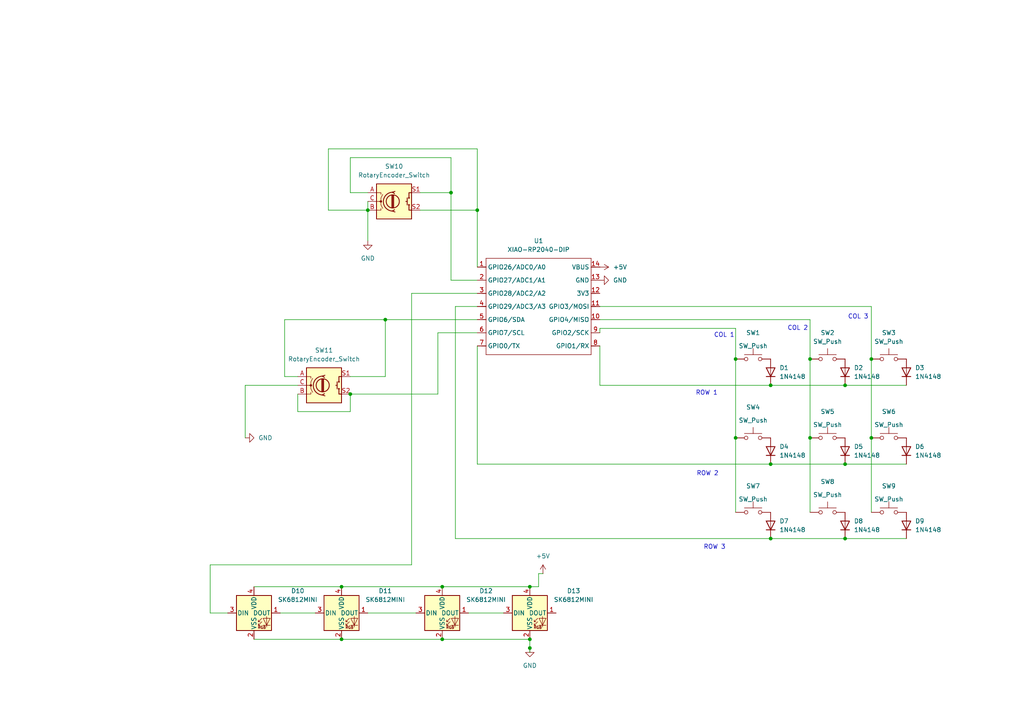
<source format=kicad_sch>
(kicad_sch
	(version 20250114)
	(generator "eeschema")
	(generator_version "9.0")
	(uuid "39056f74-ab66-4f71-9907-158b8c32f9b1")
	(paper "A4")
	(lib_symbols
		(symbol "Device:RotaryEncoder_Switch"
			(pin_names
				(offset 0.254)
				(hide yes)
			)
			(exclude_from_sim no)
			(in_bom yes)
			(on_board yes)
			(property "Reference" "SW"
				(at 0 6.604 0)
				(effects
					(font
						(size 1.27 1.27)
					)
				)
			)
			(property "Value" "RotaryEncoder_Switch"
				(at 0 -6.604 0)
				(effects
					(font
						(size 1.27 1.27)
					)
				)
			)
			(property "Footprint" ""
				(at -3.81 4.064 0)
				(effects
					(font
						(size 1.27 1.27)
					)
					(hide yes)
				)
			)
			(property "Datasheet" "~"
				(at 0 6.604 0)
				(effects
					(font
						(size 1.27 1.27)
					)
					(hide yes)
				)
			)
			(property "Description" "Rotary encoder, dual channel, incremental quadrate outputs, with switch"
				(at 0 0 0)
				(effects
					(font
						(size 1.27 1.27)
					)
					(hide yes)
				)
			)
			(property "ki_keywords" "rotary switch encoder switch push button"
				(at 0 0 0)
				(effects
					(font
						(size 1.27 1.27)
					)
					(hide yes)
				)
			)
			(property "ki_fp_filters" "RotaryEncoder*Switch*"
				(at 0 0 0)
				(effects
					(font
						(size 1.27 1.27)
					)
					(hide yes)
				)
			)
			(symbol "RotaryEncoder_Switch_0_1"
				(rectangle
					(start -5.08 5.08)
					(end 5.08 -5.08)
					(stroke
						(width 0.254)
						(type default)
					)
					(fill
						(type background)
					)
				)
				(polyline
					(pts
						(xy -5.08 2.54) (xy -3.81 2.54) (xy -3.81 2.032)
					)
					(stroke
						(width 0)
						(type default)
					)
					(fill
						(type none)
					)
				)
				(polyline
					(pts
						(xy -5.08 0) (xy -3.81 0) (xy -3.81 -1.016) (xy -3.302 -2.032)
					)
					(stroke
						(width 0)
						(type default)
					)
					(fill
						(type none)
					)
				)
				(polyline
					(pts
						(xy -5.08 -2.54) (xy -3.81 -2.54) (xy -3.81 -2.032)
					)
					(stroke
						(width 0)
						(type default)
					)
					(fill
						(type none)
					)
				)
				(polyline
					(pts
						(xy -4.318 0) (xy -3.81 0) (xy -3.81 1.016) (xy -3.302 2.032)
					)
					(stroke
						(width 0)
						(type default)
					)
					(fill
						(type none)
					)
				)
				(circle
					(center -3.81 0)
					(radius 0.254)
					(stroke
						(width 0)
						(type default)
					)
					(fill
						(type outline)
					)
				)
				(polyline
					(pts
						(xy -0.635 -1.778) (xy -0.635 1.778)
					)
					(stroke
						(width 0.254)
						(type default)
					)
					(fill
						(type none)
					)
				)
				(circle
					(center -0.381 0)
					(radius 1.905)
					(stroke
						(width 0.254)
						(type default)
					)
					(fill
						(type none)
					)
				)
				(polyline
					(pts
						(xy -0.381 -1.778) (xy -0.381 1.778)
					)
					(stroke
						(width 0.254)
						(type default)
					)
					(fill
						(type none)
					)
				)
				(arc
					(start -0.381 -2.794)
					(mid -3.0988 -0.0635)
					(end -0.381 2.667)
					(stroke
						(width 0.254)
						(type default)
					)
					(fill
						(type none)
					)
				)
				(polyline
					(pts
						(xy -0.127 1.778) (xy -0.127 -1.778)
					)
					(stroke
						(width 0.254)
						(type default)
					)
					(fill
						(type none)
					)
				)
				(polyline
					(pts
						(xy 0.254 2.921) (xy -0.508 2.667) (xy 0.127 2.286)
					)
					(stroke
						(width 0.254)
						(type default)
					)
					(fill
						(type none)
					)
				)
				(polyline
					(pts
						(xy 0.254 -3.048) (xy -0.508 -2.794) (xy 0.127 -2.413)
					)
					(stroke
						(width 0.254)
						(type default)
					)
					(fill
						(type none)
					)
				)
				(polyline
					(pts
						(xy 3.81 1.016) (xy 3.81 -1.016)
					)
					(stroke
						(width 0.254)
						(type default)
					)
					(fill
						(type none)
					)
				)
				(polyline
					(pts
						(xy 3.81 0) (xy 3.429 0)
					)
					(stroke
						(width 0.254)
						(type default)
					)
					(fill
						(type none)
					)
				)
				(circle
					(center 4.318 1.016)
					(radius 0.127)
					(stroke
						(width 0.254)
						(type default)
					)
					(fill
						(type none)
					)
				)
				(circle
					(center 4.318 -1.016)
					(radius 0.127)
					(stroke
						(width 0.254)
						(type default)
					)
					(fill
						(type none)
					)
				)
				(polyline
					(pts
						(xy 5.08 2.54) (xy 4.318 2.54) (xy 4.318 1.016)
					)
					(stroke
						(width 0.254)
						(type default)
					)
					(fill
						(type none)
					)
				)
				(polyline
					(pts
						(xy 5.08 -2.54) (xy 4.318 -2.54) (xy 4.318 -1.016)
					)
					(stroke
						(width 0.254)
						(type default)
					)
					(fill
						(type none)
					)
				)
			)
			(symbol "RotaryEncoder_Switch_1_1"
				(pin passive line
					(at -7.62 2.54 0)
					(length 2.54)
					(name "A"
						(effects
							(font
								(size 1.27 1.27)
							)
						)
					)
					(number "A"
						(effects
							(font
								(size 1.27 1.27)
							)
						)
					)
				)
				(pin passive line
					(at -7.62 0 0)
					(length 2.54)
					(name "C"
						(effects
							(font
								(size 1.27 1.27)
							)
						)
					)
					(number "C"
						(effects
							(font
								(size 1.27 1.27)
							)
						)
					)
				)
				(pin passive line
					(at -7.62 -2.54 0)
					(length 2.54)
					(name "B"
						(effects
							(font
								(size 1.27 1.27)
							)
						)
					)
					(number "B"
						(effects
							(font
								(size 1.27 1.27)
							)
						)
					)
				)
				(pin passive line
					(at 7.62 2.54 180)
					(length 2.54)
					(name "S1"
						(effects
							(font
								(size 1.27 1.27)
							)
						)
					)
					(number "S1"
						(effects
							(font
								(size 1.27 1.27)
							)
						)
					)
				)
				(pin passive line
					(at 7.62 -2.54 180)
					(length 2.54)
					(name "S2"
						(effects
							(font
								(size 1.27 1.27)
							)
						)
					)
					(number "S2"
						(effects
							(font
								(size 1.27 1.27)
							)
						)
					)
				)
			)
			(embedded_fonts no)
		)
		(symbol "Diode:1N4148"
			(pin_numbers
				(hide yes)
			)
			(pin_names
				(hide yes)
			)
			(exclude_from_sim no)
			(in_bom yes)
			(on_board yes)
			(property "Reference" "D"
				(at 0 2.54 0)
				(effects
					(font
						(size 1.27 1.27)
					)
				)
			)
			(property "Value" "1N4148"
				(at 0 -2.54 0)
				(effects
					(font
						(size 1.27 1.27)
					)
				)
			)
			(property "Footprint" "Diode_THT:D_DO-35_SOD27_P7.62mm_Horizontal"
				(at 0 0 0)
				(effects
					(font
						(size 1.27 1.27)
					)
					(hide yes)
				)
			)
			(property "Datasheet" "https://assets.nexperia.com/documents/data-sheet/1N4148_1N4448.pdf"
				(at 0 0 0)
				(effects
					(font
						(size 1.27 1.27)
					)
					(hide yes)
				)
			)
			(property "Description" "100V 0.15A standard switching diode, DO-35"
				(at 0 0 0)
				(effects
					(font
						(size 1.27 1.27)
					)
					(hide yes)
				)
			)
			(property "Sim.Device" "D"
				(at 0 0 0)
				(effects
					(font
						(size 1.27 1.27)
					)
					(hide yes)
				)
			)
			(property "Sim.Pins" "1=K 2=A"
				(at 0 0 0)
				(effects
					(font
						(size 1.27 1.27)
					)
					(hide yes)
				)
			)
			(property "ki_keywords" "diode"
				(at 0 0 0)
				(effects
					(font
						(size 1.27 1.27)
					)
					(hide yes)
				)
			)
			(property "ki_fp_filters" "D*DO?35*"
				(at 0 0 0)
				(effects
					(font
						(size 1.27 1.27)
					)
					(hide yes)
				)
			)
			(symbol "1N4148_0_1"
				(polyline
					(pts
						(xy -1.27 1.27) (xy -1.27 -1.27)
					)
					(stroke
						(width 0.254)
						(type default)
					)
					(fill
						(type none)
					)
				)
				(polyline
					(pts
						(xy 1.27 1.27) (xy 1.27 -1.27) (xy -1.27 0) (xy 1.27 1.27)
					)
					(stroke
						(width 0.254)
						(type default)
					)
					(fill
						(type none)
					)
				)
				(polyline
					(pts
						(xy 1.27 0) (xy -1.27 0)
					)
					(stroke
						(width 0)
						(type default)
					)
					(fill
						(type none)
					)
				)
			)
			(symbol "1N4148_1_1"
				(pin passive line
					(at -3.81 0 0)
					(length 2.54)
					(name "K"
						(effects
							(font
								(size 1.27 1.27)
							)
						)
					)
					(number "1"
						(effects
							(font
								(size 1.27 1.27)
							)
						)
					)
				)
				(pin passive line
					(at 3.81 0 180)
					(length 2.54)
					(name "A"
						(effects
							(font
								(size 1.27 1.27)
							)
						)
					)
					(number "2"
						(effects
							(font
								(size 1.27 1.27)
							)
						)
					)
				)
			)
			(embedded_fonts no)
		)
		(symbol "LED:SK6812MINI"
			(pin_names
				(offset 0.254)
			)
			(exclude_from_sim no)
			(in_bom yes)
			(on_board yes)
			(property "Reference" "D"
				(at 5.08 5.715 0)
				(effects
					(font
						(size 1.27 1.27)
					)
					(justify right bottom)
				)
			)
			(property "Value" "SK6812MINI"
				(at 1.27 -5.715 0)
				(effects
					(font
						(size 1.27 1.27)
					)
					(justify left top)
				)
			)
			(property "Footprint" "LED_SMD:LED_SK6812MINI_PLCC4_3.5x3.5mm_P1.75mm"
				(at 1.27 -7.62 0)
				(effects
					(font
						(size 1.27 1.27)
					)
					(justify left top)
					(hide yes)
				)
			)
			(property "Datasheet" "https://cdn-shop.adafruit.com/product-files/2686/SK6812MINI_REV.01-1-2.pdf"
				(at 2.54 -9.525 0)
				(effects
					(font
						(size 1.27 1.27)
					)
					(justify left top)
					(hide yes)
				)
			)
			(property "Description" "RGB LED with integrated controller"
				(at 0 0 0)
				(effects
					(font
						(size 1.27 1.27)
					)
					(hide yes)
				)
			)
			(property "ki_keywords" "RGB LED NeoPixel Mini addressable"
				(at 0 0 0)
				(effects
					(font
						(size 1.27 1.27)
					)
					(hide yes)
				)
			)
			(property "ki_fp_filters" "LED*SK6812MINI*PLCC*3.5x3.5mm*P1.75mm*"
				(at 0 0 0)
				(effects
					(font
						(size 1.27 1.27)
					)
					(hide yes)
				)
			)
			(symbol "SK6812MINI_0_0"
				(text "RGB"
					(at 2.286 -4.191 0)
					(effects
						(font
							(size 0.762 0.762)
						)
					)
				)
			)
			(symbol "SK6812MINI_0_1"
				(polyline
					(pts
						(xy 1.27 -2.54) (xy 1.778 -2.54)
					)
					(stroke
						(width 0)
						(type default)
					)
					(fill
						(type none)
					)
				)
				(polyline
					(pts
						(xy 1.27 -3.556) (xy 1.778 -3.556)
					)
					(stroke
						(width 0)
						(type default)
					)
					(fill
						(type none)
					)
				)
				(polyline
					(pts
						(xy 2.286 -1.524) (xy 1.27 -2.54) (xy 1.27 -2.032)
					)
					(stroke
						(width 0)
						(type default)
					)
					(fill
						(type none)
					)
				)
				(polyline
					(pts
						(xy 2.286 -2.54) (xy 1.27 -3.556) (xy 1.27 -3.048)
					)
					(stroke
						(width 0)
						(type default)
					)
					(fill
						(type none)
					)
				)
				(polyline
					(pts
						(xy 3.683 -1.016) (xy 3.683 -3.556) (xy 3.683 -4.064)
					)
					(stroke
						(width 0)
						(type default)
					)
					(fill
						(type none)
					)
				)
				(polyline
					(pts
						(xy 4.699 -1.524) (xy 2.667 -1.524) (xy 3.683 -3.556) (xy 4.699 -1.524)
					)
					(stroke
						(width 0)
						(type default)
					)
					(fill
						(type none)
					)
				)
				(polyline
					(pts
						(xy 4.699 -3.556) (xy 2.667 -3.556)
					)
					(stroke
						(width 0)
						(type default)
					)
					(fill
						(type none)
					)
				)
				(rectangle
					(start 5.08 5.08)
					(end -5.08 -5.08)
					(stroke
						(width 0.254)
						(type default)
					)
					(fill
						(type background)
					)
				)
			)
			(symbol "SK6812MINI_1_1"
				(pin input line
					(at -7.62 0 0)
					(length 2.54)
					(name "DIN"
						(effects
							(font
								(size 1.27 1.27)
							)
						)
					)
					(number "3"
						(effects
							(font
								(size 1.27 1.27)
							)
						)
					)
				)
				(pin power_in line
					(at 0 7.62 270)
					(length 2.54)
					(name "VDD"
						(effects
							(font
								(size 1.27 1.27)
							)
						)
					)
					(number "4"
						(effects
							(font
								(size 1.27 1.27)
							)
						)
					)
				)
				(pin power_in line
					(at 0 -7.62 90)
					(length 2.54)
					(name "VSS"
						(effects
							(font
								(size 1.27 1.27)
							)
						)
					)
					(number "2"
						(effects
							(font
								(size 1.27 1.27)
							)
						)
					)
				)
				(pin output line
					(at 7.62 0 180)
					(length 2.54)
					(name "DOUT"
						(effects
							(font
								(size 1.27 1.27)
							)
						)
					)
					(number "1"
						(effects
							(font
								(size 1.27 1.27)
							)
						)
					)
				)
			)
			(embedded_fonts no)
		)
		(symbol "OPL Library:XIAO-RP2040-DIP"
			(exclude_from_sim no)
			(in_bom yes)
			(on_board yes)
			(property "Reference" "U"
				(at 0 0 0)
				(effects
					(font
						(size 1.27 1.27)
					)
				)
			)
			(property "Value" "XIAO-RP2040-DIP"
				(at 5.334 -1.778 0)
				(effects
					(font
						(size 1.27 1.27)
					)
				)
			)
			(property "Footprint" "Module:MOUDLE14P-XIAO-DIP-SMD"
				(at 14.478 -32.258 0)
				(effects
					(font
						(size 1.27 1.27)
					)
					(hide yes)
				)
			)
			(property "Datasheet" ""
				(at 0 0 0)
				(effects
					(font
						(size 1.27 1.27)
					)
					(hide yes)
				)
			)
			(property "Description" ""
				(at 0 0 0)
				(effects
					(font
						(size 1.27 1.27)
					)
					(hide yes)
				)
			)
			(symbol "XIAO-RP2040-DIP_1_0"
				(polyline
					(pts
						(xy -1.27 -2.54) (xy 29.21 -2.54)
					)
					(stroke
						(width 0.1524)
						(type solid)
					)
					(fill
						(type none)
					)
				)
				(polyline
					(pts
						(xy -1.27 -5.08) (xy -2.54 -5.08)
					)
					(stroke
						(width 0.1524)
						(type solid)
					)
					(fill
						(type none)
					)
				)
				(polyline
					(pts
						(xy -1.27 -5.08) (xy -1.27 -2.54)
					)
					(stroke
						(width 0.1524)
						(type solid)
					)
					(fill
						(type none)
					)
				)
				(polyline
					(pts
						(xy -1.27 -8.89) (xy -2.54 -8.89)
					)
					(stroke
						(width 0.1524)
						(type solid)
					)
					(fill
						(type none)
					)
				)
				(polyline
					(pts
						(xy -1.27 -8.89) (xy -1.27 -5.08)
					)
					(stroke
						(width 0.1524)
						(type solid)
					)
					(fill
						(type none)
					)
				)
				(polyline
					(pts
						(xy -1.27 -12.7) (xy -2.54 -12.7)
					)
					(stroke
						(width 0.1524)
						(type solid)
					)
					(fill
						(type none)
					)
				)
				(polyline
					(pts
						(xy -1.27 -12.7) (xy -1.27 -8.89)
					)
					(stroke
						(width 0.1524)
						(type solid)
					)
					(fill
						(type none)
					)
				)
				(polyline
					(pts
						(xy -1.27 -16.51) (xy -2.54 -16.51)
					)
					(stroke
						(width 0.1524)
						(type solid)
					)
					(fill
						(type none)
					)
				)
				(polyline
					(pts
						(xy -1.27 -16.51) (xy -1.27 -12.7)
					)
					(stroke
						(width 0.1524)
						(type solid)
					)
					(fill
						(type none)
					)
				)
				(polyline
					(pts
						(xy -1.27 -20.32) (xy -2.54 -20.32)
					)
					(stroke
						(width 0.1524)
						(type solid)
					)
					(fill
						(type none)
					)
				)
				(polyline
					(pts
						(xy -1.27 -24.13) (xy -2.54 -24.13)
					)
					(stroke
						(width 0.1524)
						(type solid)
					)
					(fill
						(type none)
					)
				)
				(polyline
					(pts
						(xy -1.27 -27.94) (xy -2.54 -27.94)
					)
					(stroke
						(width 0.1524)
						(type solid)
					)
					(fill
						(type none)
					)
				)
				(polyline
					(pts
						(xy -1.27 -30.48) (xy -1.27 -16.51)
					)
					(stroke
						(width 0.1524)
						(type solid)
					)
					(fill
						(type none)
					)
				)
				(polyline
					(pts
						(xy 29.21 -2.54) (xy 29.21 -5.08)
					)
					(stroke
						(width 0.1524)
						(type solid)
					)
					(fill
						(type none)
					)
				)
				(polyline
					(pts
						(xy 29.21 -5.08) (xy 29.21 -8.89)
					)
					(stroke
						(width 0.1524)
						(type solid)
					)
					(fill
						(type none)
					)
				)
				(polyline
					(pts
						(xy 29.21 -8.89) (xy 29.21 -12.7)
					)
					(stroke
						(width 0.1524)
						(type solid)
					)
					(fill
						(type none)
					)
				)
				(polyline
					(pts
						(xy 29.21 -12.7) (xy 29.21 -30.48)
					)
					(stroke
						(width 0.1524)
						(type solid)
					)
					(fill
						(type none)
					)
				)
				(polyline
					(pts
						(xy 29.21 -30.48) (xy -1.27 -30.48)
					)
					(stroke
						(width 0.1524)
						(type solid)
					)
					(fill
						(type none)
					)
				)
				(polyline
					(pts
						(xy 30.48 -5.08) (xy 29.21 -5.08)
					)
					(stroke
						(width 0.1524)
						(type solid)
					)
					(fill
						(type none)
					)
				)
				(polyline
					(pts
						(xy 30.48 -8.89) (xy 29.21 -8.89)
					)
					(stroke
						(width 0.1524)
						(type solid)
					)
					(fill
						(type none)
					)
				)
				(polyline
					(pts
						(xy 30.48 -12.7) (xy 29.21 -12.7)
					)
					(stroke
						(width 0.1524)
						(type solid)
					)
					(fill
						(type none)
					)
				)
				(polyline
					(pts
						(xy 30.48 -16.51) (xy 29.21 -16.51)
					)
					(stroke
						(width 0.1524)
						(type solid)
					)
					(fill
						(type none)
					)
				)
				(polyline
					(pts
						(xy 30.48 -20.32) (xy 29.21 -20.32)
					)
					(stroke
						(width 0.1524)
						(type solid)
					)
					(fill
						(type none)
					)
				)
				(polyline
					(pts
						(xy 30.48 -24.13) (xy 29.21 -24.13)
					)
					(stroke
						(width 0.1524)
						(type solid)
					)
					(fill
						(type none)
					)
				)
				(polyline
					(pts
						(xy 30.48 -27.94) (xy 29.21 -27.94)
					)
					(stroke
						(width 0.1524)
						(type solid)
					)
					(fill
						(type none)
					)
				)
				(pin passive line
					(at -3.81 -5.08 0)
					(length 2.54)
					(name "GPIO26/ADC0/A0"
						(effects
							(font
								(size 1.27 1.27)
							)
						)
					)
					(number "1"
						(effects
							(font
								(size 1.27 1.27)
							)
						)
					)
				)
				(pin passive line
					(at -3.81 -8.89 0)
					(length 2.54)
					(name "GPIO27/ADC1/A1"
						(effects
							(font
								(size 1.27 1.27)
							)
						)
					)
					(number "2"
						(effects
							(font
								(size 1.27 1.27)
							)
						)
					)
				)
				(pin passive line
					(at -3.81 -12.7 0)
					(length 2.54)
					(name "GPIO28/ADC2/A2"
						(effects
							(font
								(size 1.27 1.27)
							)
						)
					)
					(number "3"
						(effects
							(font
								(size 1.27 1.27)
							)
						)
					)
				)
				(pin passive line
					(at -3.81 -16.51 0)
					(length 2.54)
					(name "GPIO29/ADC3/A3"
						(effects
							(font
								(size 1.27 1.27)
							)
						)
					)
					(number "4"
						(effects
							(font
								(size 1.27 1.27)
							)
						)
					)
				)
				(pin passive line
					(at -3.81 -20.32 0)
					(length 2.54)
					(name "GPIO6/SDA"
						(effects
							(font
								(size 1.27 1.27)
							)
						)
					)
					(number "5"
						(effects
							(font
								(size 1.27 1.27)
							)
						)
					)
				)
				(pin passive line
					(at -3.81 -24.13 0)
					(length 2.54)
					(name "GPIO7/SCL"
						(effects
							(font
								(size 1.27 1.27)
							)
						)
					)
					(number "6"
						(effects
							(font
								(size 1.27 1.27)
							)
						)
					)
				)
				(pin passive line
					(at -3.81 -27.94 0)
					(length 2.54)
					(name "GPIO0/TX"
						(effects
							(font
								(size 1.27 1.27)
							)
						)
					)
					(number "7"
						(effects
							(font
								(size 1.27 1.27)
							)
						)
					)
				)
				(pin passive line
					(at 31.75 -5.08 180)
					(length 2.54)
					(name "VBUS"
						(effects
							(font
								(size 1.27 1.27)
							)
						)
					)
					(number "14"
						(effects
							(font
								(size 1.27 1.27)
							)
						)
					)
				)
				(pin passive line
					(at 31.75 -8.89 180)
					(length 2.54)
					(name "GND"
						(effects
							(font
								(size 1.27 1.27)
							)
						)
					)
					(number "13"
						(effects
							(font
								(size 1.27 1.27)
							)
						)
					)
				)
				(pin passive line
					(at 31.75 -12.7 180)
					(length 2.54)
					(name "3V3"
						(effects
							(font
								(size 1.27 1.27)
							)
						)
					)
					(number "12"
						(effects
							(font
								(size 1.27 1.27)
							)
						)
					)
				)
				(pin passive line
					(at 31.75 -16.51 180)
					(length 2.54)
					(name "GPIO3/MOSI"
						(effects
							(font
								(size 1.27 1.27)
							)
						)
					)
					(number "11"
						(effects
							(font
								(size 1.27 1.27)
							)
						)
					)
				)
				(pin passive line
					(at 31.75 -20.32 180)
					(length 2.54)
					(name "GPIO4/MISO"
						(effects
							(font
								(size 1.27 1.27)
							)
						)
					)
					(number "10"
						(effects
							(font
								(size 1.27 1.27)
							)
						)
					)
				)
				(pin passive line
					(at 31.75 -24.13 180)
					(length 2.54)
					(name "GPIO2/SCK"
						(effects
							(font
								(size 1.27 1.27)
							)
						)
					)
					(number "9"
						(effects
							(font
								(size 1.27 1.27)
							)
						)
					)
				)
				(pin passive line
					(at 31.75 -27.94 180)
					(length 2.54)
					(name "GPIO1/RX"
						(effects
							(font
								(size 1.27 1.27)
							)
						)
					)
					(number "8"
						(effects
							(font
								(size 1.27 1.27)
							)
						)
					)
				)
			)
			(embedded_fonts no)
		)
		(symbol "Switch:SW_Push"
			(pin_numbers
				(hide yes)
			)
			(pin_names
				(offset 1.016)
				(hide yes)
			)
			(exclude_from_sim no)
			(in_bom yes)
			(on_board yes)
			(property "Reference" "SW"
				(at 1.27 2.54 0)
				(effects
					(font
						(size 1.27 1.27)
					)
					(justify left)
				)
			)
			(property "Value" "SW_Push"
				(at 0 -1.524 0)
				(effects
					(font
						(size 1.27 1.27)
					)
				)
			)
			(property "Footprint" ""
				(at 0 5.08 0)
				(effects
					(font
						(size 1.27 1.27)
					)
					(hide yes)
				)
			)
			(property "Datasheet" "~"
				(at 0 5.08 0)
				(effects
					(font
						(size 1.27 1.27)
					)
					(hide yes)
				)
			)
			(property "Description" "Push button switch, generic, two pins"
				(at 0 0 0)
				(effects
					(font
						(size 1.27 1.27)
					)
					(hide yes)
				)
			)
			(property "ki_keywords" "switch normally-open pushbutton push-button"
				(at 0 0 0)
				(effects
					(font
						(size 1.27 1.27)
					)
					(hide yes)
				)
			)
			(symbol "SW_Push_0_1"
				(circle
					(center -2.032 0)
					(radius 0.508)
					(stroke
						(width 0)
						(type default)
					)
					(fill
						(type none)
					)
				)
				(polyline
					(pts
						(xy 0 1.27) (xy 0 3.048)
					)
					(stroke
						(width 0)
						(type default)
					)
					(fill
						(type none)
					)
				)
				(circle
					(center 2.032 0)
					(radius 0.508)
					(stroke
						(width 0)
						(type default)
					)
					(fill
						(type none)
					)
				)
				(polyline
					(pts
						(xy 2.54 1.27) (xy -2.54 1.27)
					)
					(stroke
						(width 0)
						(type default)
					)
					(fill
						(type none)
					)
				)
				(pin passive line
					(at -5.08 0 0)
					(length 2.54)
					(name "1"
						(effects
							(font
								(size 1.27 1.27)
							)
						)
					)
					(number "1"
						(effects
							(font
								(size 1.27 1.27)
							)
						)
					)
				)
				(pin passive line
					(at 5.08 0 180)
					(length 2.54)
					(name "2"
						(effects
							(font
								(size 1.27 1.27)
							)
						)
					)
					(number "2"
						(effects
							(font
								(size 1.27 1.27)
							)
						)
					)
				)
			)
			(embedded_fonts no)
		)
		(symbol "power:+5V"
			(power)
			(pin_numbers
				(hide yes)
			)
			(pin_names
				(offset 0)
				(hide yes)
			)
			(exclude_from_sim no)
			(in_bom yes)
			(on_board yes)
			(property "Reference" "#PWR"
				(at 0 -3.81 0)
				(effects
					(font
						(size 1.27 1.27)
					)
					(hide yes)
				)
			)
			(property "Value" "+5V"
				(at 0 3.556 0)
				(effects
					(font
						(size 1.27 1.27)
					)
				)
			)
			(property "Footprint" ""
				(at 0 0 0)
				(effects
					(font
						(size 1.27 1.27)
					)
					(hide yes)
				)
			)
			(property "Datasheet" ""
				(at 0 0 0)
				(effects
					(font
						(size 1.27 1.27)
					)
					(hide yes)
				)
			)
			(property "Description" "Power symbol creates a global label with name \"+5V\""
				(at 0 0 0)
				(effects
					(font
						(size 1.27 1.27)
					)
					(hide yes)
				)
			)
			(property "ki_keywords" "global power"
				(at 0 0 0)
				(effects
					(font
						(size 1.27 1.27)
					)
					(hide yes)
				)
			)
			(symbol "+5V_0_1"
				(polyline
					(pts
						(xy -0.762 1.27) (xy 0 2.54)
					)
					(stroke
						(width 0)
						(type default)
					)
					(fill
						(type none)
					)
				)
				(polyline
					(pts
						(xy 0 2.54) (xy 0.762 1.27)
					)
					(stroke
						(width 0)
						(type default)
					)
					(fill
						(type none)
					)
				)
				(polyline
					(pts
						(xy 0 0) (xy 0 2.54)
					)
					(stroke
						(width 0)
						(type default)
					)
					(fill
						(type none)
					)
				)
			)
			(symbol "+5V_1_1"
				(pin power_in line
					(at 0 0 90)
					(length 0)
					(name "~"
						(effects
							(font
								(size 1.27 1.27)
							)
						)
					)
					(number "1"
						(effects
							(font
								(size 1.27 1.27)
							)
						)
					)
				)
			)
			(embedded_fonts no)
		)
		(symbol "power:GND"
			(power)
			(pin_numbers
				(hide yes)
			)
			(pin_names
				(offset 0)
				(hide yes)
			)
			(exclude_from_sim no)
			(in_bom yes)
			(on_board yes)
			(property "Reference" "#PWR"
				(at 0 -6.35 0)
				(effects
					(font
						(size 1.27 1.27)
					)
					(hide yes)
				)
			)
			(property "Value" "GND"
				(at 0 -3.81 0)
				(effects
					(font
						(size 1.27 1.27)
					)
				)
			)
			(property "Footprint" ""
				(at 0 0 0)
				(effects
					(font
						(size 1.27 1.27)
					)
					(hide yes)
				)
			)
			(property "Datasheet" ""
				(at 0 0 0)
				(effects
					(font
						(size 1.27 1.27)
					)
					(hide yes)
				)
			)
			(property "Description" "Power symbol creates a global label with name \"GND\" , ground"
				(at 0 0 0)
				(effects
					(font
						(size 1.27 1.27)
					)
					(hide yes)
				)
			)
			(property "ki_keywords" "global power"
				(at 0 0 0)
				(effects
					(font
						(size 1.27 1.27)
					)
					(hide yes)
				)
			)
			(symbol "GND_0_1"
				(polyline
					(pts
						(xy 0 0) (xy 0 -1.27) (xy 1.27 -1.27) (xy 0 -2.54) (xy -1.27 -1.27) (xy 0 -1.27)
					)
					(stroke
						(width 0)
						(type default)
					)
					(fill
						(type none)
					)
				)
			)
			(symbol "GND_1_1"
				(pin power_in line
					(at 0 0 270)
					(length 0)
					(name "~"
						(effects
							(font
								(size 1.27 1.27)
							)
						)
					)
					(number "1"
						(effects
							(font
								(size 1.27 1.27)
							)
						)
					)
				)
			)
			(embedded_fonts no)
		)
	)
	(text "ROW 2\n"
		(exclude_from_sim no)
		(at 205.232 137.414 0)
		(effects
			(font
				(size 1.27 1.27)
			)
		)
		(uuid "440ee27e-b3de-4e1b-bedc-7485d8c5b91b")
	)
	(text "COL 3"
		(exclude_from_sim no)
		(at 248.92 91.948 0)
		(effects
			(font
				(size 1.27 1.27)
			)
		)
		(uuid "4ee1d50b-3ca4-4f2f-9fef-c4faa2750959")
	)
	(text "COL 1\n\n"
		(exclude_from_sim no)
		(at 210.058 98.298 0)
		(effects
			(font
				(size 1.27 1.27)
			)
		)
		(uuid "a61041cc-e5c6-4857-892c-b528918feb11")
	)
	(text "COL 2"
		(exclude_from_sim no)
		(at 231.394 95.25 0)
		(effects
			(font
				(size 1.27 1.27)
			)
		)
		(uuid "c4a4f05e-0055-467f-b535-ba553878f177")
	)
	(text "ROW 3\n"
		(exclude_from_sim no)
		(at 207.264 158.75 0)
		(effects
			(font
				(size 1.27 1.27)
			)
		)
		(uuid "c77f8779-2d37-4dd7-853d-0f1e33725cd7")
	)
	(text "ROW 1"
		(exclude_from_sim no)
		(at 204.978 114.046 0)
		(effects
			(font
				(size 1.27 1.27)
			)
		)
		(uuid "cf2f2e97-f9cb-4a96-a46b-9a5ab0c1bf3f")
	)
	(junction
		(at 223.52 111.76)
		(diameter 0)
		(color 0 0 0 0)
		(uuid "03fb31c5-a0bc-4ab6-a67f-2a1ef8f7cecc")
	)
	(junction
		(at 101.6 114.3)
		(diameter 0)
		(color 0 0 0 0)
		(uuid "18abd71e-4b3c-4505-9ac0-d97e81c33c2a")
	)
	(junction
		(at 223.52 156.21)
		(diameter 0)
		(color 0 0 0 0)
		(uuid "193811cb-179d-44ba-8761-7a79ae12f937")
	)
	(junction
		(at 128.27 170.18)
		(diameter 0)
		(color 0 0 0 0)
		(uuid "1d8730e6-613b-4ffa-8717-d01e98fff99a")
	)
	(junction
		(at 213.36 127)
		(diameter 0)
		(color 0 0 0 0)
		(uuid "1e21a26c-3306-4d69-b12a-617b433c1549")
	)
	(junction
		(at 213.36 104.14)
		(diameter 0)
		(color 0 0 0 0)
		(uuid "31e76b0d-d328-4114-a311-dbb4e3f112da")
	)
	(junction
		(at 138.43 60.96)
		(diameter 0)
		(color 0 0 0 0)
		(uuid "32957088-411b-4d36-942d-2f57ca852701")
	)
	(junction
		(at 245.11 134.62)
		(diameter 0)
		(color 0 0 0 0)
		(uuid "35ad9815-2e10-4db9-adab-20581035c1a8")
	)
	(junction
		(at 153.67 170.18)
		(diameter 0)
		(color 0 0 0 0)
		(uuid "393526a3-25c7-4ce0-936a-28a46e38924e")
	)
	(junction
		(at 234.95 127)
		(diameter 0)
		(color 0 0 0 0)
		(uuid "40682f5d-5a0c-4642-bcc6-224db7749743")
	)
	(junction
		(at 128.27 185.42)
		(diameter 0)
		(color 0 0 0 0)
		(uuid "45715bc8-3748-4601-982b-3d9d13401754")
	)
	(junction
		(at 153.67 185.42)
		(diameter 0)
		(color 0 0 0 0)
		(uuid "4d0dd943-9c20-4dea-8e80-92e2b89845d3")
	)
	(junction
		(at 106.68 60.96)
		(diameter 0)
		(color 0 0 0 0)
		(uuid "4d722ca3-5fd5-4fca-9299-5795fe4d6bad")
	)
	(junction
		(at 252.73 127)
		(diameter 0)
		(color 0 0 0 0)
		(uuid "a28bc096-e044-4d9a-b681-de727bade746")
	)
	(junction
		(at 99.06 185.42)
		(diameter 0)
		(color 0 0 0 0)
		(uuid "a7fdee19-27cc-47f0-80a1-13edd7b55ab1")
	)
	(junction
		(at 252.73 104.14)
		(diameter 0)
		(color 0 0 0 0)
		(uuid "afe35055-3caa-4b4e-94a4-386bda4150b2")
	)
	(junction
		(at 234.95 104.14)
		(diameter 0)
		(color 0 0 0 0)
		(uuid "b5ff1351-050d-4f0e-a7d3-274e553eea94")
	)
	(junction
		(at 153.67 187.96)
		(diameter 0)
		(color 0 0 0 0)
		(uuid "b9b7be25-6e05-4e2d-9f7d-bbf1656fa5f3")
	)
	(junction
		(at 130.81 55.88)
		(diameter 0)
		(color 0 0 0 0)
		(uuid "c1657de7-5644-438d-9771-d3b2c48e0520")
	)
	(junction
		(at 223.52 134.62)
		(diameter 0)
		(color 0 0 0 0)
		(uuid "c467c1e6-1faa-45fc-9beb-10016ada2555")
	)
	(junction
		(at 111.76 92.71)
		(diameter 0)
		(color 0 0 0 0)
		(uuid "d64e3915-731b-4131-bbc3-d22c65dbe147")
	)
	(junction
		(at 245.11 111.76)
		(diameter 0)
		(color 0 0 0 0)
		(uuid "e775c293-49f5-49af-9b48-1f8b5fe60e44")
	)
	(junction
		(at 245.11 156.21)
		(diameter 0)
		(color 0 0 0 0)
		(uuid "fb375f9e-99af-4d66-b496-ecee0c53d19c")
	)
	(junction
		(at 99.06 170.18)
		(diameter 0)
		(color 0 0 0 0)
		(uuid "ff407c69-e803-40e1-bf3b-32bfd25265b4")
	)
	(wire
		(pts
			(xy 252.73 148.59) (xy 252.73 127)
		)
		(stroke
			(width 0)
			(type default)
		)
		(uuid "0a160d7b-5fb1-4d40-8221-fb53632d2121")
	)
	(wire
		(pts
			(xy 130.81 45.72) (xy 130.81 55.88)
		)
		(stroke
			(width 0)
			(type default)
		)
		(uuid "0aff6e88-5a6f-4706-a55d-833ed57370c2")
	)
	(wire
		(pts
			(xy 81.28 177.8) (xy 91.44 177.8)
		)
		(stroke
			(width 0)
			(type default)
		)
		(uuid "0bfca7cd-459f-4a04-b20f-6ad06c51a03e")
	)
	(wire
		(pts
			(xy 132.08 156.21) (xy 132.08 88.9)
		)
		(stroke
			(width 0)
			(type default)
		)
		(uuid "0df2a353-c1af-4ecc-8447-233f416b8117")
	)
	(wire
		(pts
			(xy 213.36 127) (xy 213.36 104.14)
		)
		(stroke
			(width 0)
			(type default)
		)
		(uuid "1038ee6e-c4e1-4974-885c-aeec2e189a8c")
	)
	(wire
		(pts
			(xy 245.11 111.76) (xy 223.52 111.76)
		)
		(stroke
			(width 0)
			(type default)
		)
		(uuid "12f6c116-b146-478a-a41f-fd1d864c0bc7")
	)
	(wire
		(pts
			(xy 223.52 156.21) (xy 132.08 156.21)
		)
		(stroke
			(width 0)
			(type default)
		)
		(uuid "1889ce95-eff7-400b-8d08-70c12f4600e0")
	)
	(wire
		(pts
			(xy 73.66 170.18) (xy 99.06 170.18)
		)
		(stroke
			(width 0)
			(type default)
		)
		(uuid "1f16c3c0-388d-480d-98ed-4cc827fb3c93")
	)
	(wire
		(pts
			(xy 173.99 95.25) (xy 173.99 96.52)
		)
		(stroke
			(width 0)
			(type default)
		)
		(uuid "203a9508-34f5-4c4c-95f1-426b40ef3b0e")
	)
	(wire
		(pts
			(xy 252.73 88.9) (xy 173.99 88.9)
		)
		(stroke
			(width 0)
			(type default)
		)
		(uuid "2465c448-9176-4cb6-92b3-dafbe5977df5")
	)
	(wire
		(pts
			(xy 223.52 111.76) (xy 173.99 111.76)
		)
		(stroke
			(width 0)
			(type default)
		)
		(uuid "259ff6c4-3575-4e7a-aa30-b150978781e2")
	)
	(wire
		(pts
			(xy 132.08 88.9) (xy 138.43 88.9)
		)
		(stroke
			(width 0)
			(type default)
		)
		(uuid "290e7004-b93b-40c9-8605-278f2dca94d4")
	)
	(wire
		(pts
			(xy 153.67 170.18) (xy 156.21 170.18)
		)
		(stroke
			(width 0)
			(type default)
		)
		(uuid "29efa8db-0a6d-4145-861c-47abea4e0f7e")
	)
	(wire
		(pts
			(xy 106.68 60.96) (xy 95.25 60.96)
		)
		(stroke
			(width 0)
			(type default)
		)
		(uuid "2e3cae7e-23a5-4621-b862-526ec7956884")
	)
	(wire
		(pts
			(xy 86.36 114.3) (xy 86.36 119.38)
		)
		(stroke
			(width 0)
			(type default)
		)
		(uuid "36386756-3a4b-4902-8476-ddb3ef037547")
	)
	(wire
		(pts
			(xy 130.81 55.88) (xy 130.81 81.28)
		)
		(stroke
			(width 0)
			(type default)
		)
		(uuid "397ea578-cf5d-4550-873d-96f98d3fe0b3")
	)
	(wire
		(pts
			(xy 153.67 185.42) (xy 153.67 187.96)
		)
		(stroke
			(width 0)
			(type default)
		)
		(uuid "4c952fe7-0d96-43a6-b011-7c4c3c26aa8f")
	)
	(wire
		(pts
			(xy 121.92 55.88) (xy 130.81 55.88)
		)
		(stroke
			(width 0)
			(type default)
		)
		(uuid "5490c507-8b62-4b20-921b-9cb7c37a1b94")
	)
	(wire
		(pts
			(xy 71.12 111.76) (xy 71.12 127)
		)
		(stroke
			(width 0)
			(type default)
		)
		(uuid "5934b64e-924f-4422-8f30-37ce35b497e4")
	)
	(wire
		(pts
			(xy 262.89 156.21) (xy 245.11 156.21)
		)
		(stroke
			(width 0)
			(type default)
		)
		(uuid "5cd6dda1-bc00-4f0d-b687-367782490f01")
	)
	(wire
		(pts
			(xy 99.06 170.18) (xy 128.27 170.18)
		)
		(stroke
			(width 0)
			(type default)
		)
		(uuid "5eebd091-94c8-4707-875f-139277953406")
	)
	(wire
		(pts
			(xy 119.38 85.09) (xy 138.43 85.09)
		)
		(stroke
			(width 0)
			(type default)
		)
		(uuid "60617e7e-35a0-4df3-8aab-fb54f84ab316")
	)
	(wire
		(pts
			(xy 223.52 134.62) (xy 138.43 134.62)
		)
		(stroke
			(width 0)
			(type default)
		)
		(uuid "660eeb11-43f8-48e1-9692-8a64affbfd13")
	)
	(wire
		(pts
			(xy 245.11 134.62) (xy 223.52 134.62)
		)
		(stroke
			(width 0)
			(type default)
		)
		(uuid "711aeb43-1fc2-42c2-9606-e72c2663e43d")
	)
	(wire
		(pts
			(xy 138.43 60.96) (xy 138.43 77.47)
		)
		(stroke
			(width 0)
			(type default)
		)
		(uuid "71faff65-8d28-4a0e-bcee-fcfe0f9c7698")
	)
	(wire
		(pts
			(xy 213.36 95.25) (xy 173.99 95.25)
		)
		(stroke
			(width 0)
			(type default)
		)
		(uuid "7272b2bd-f2ac-4004-bffa-a584af03a4ab")
	)
	(wire
		(pts
			(xy 60.96 177.8) (xy 60.96 163.83)
		)
		(stroke
			(width 0)
			(type default)
		)
		(uuid "73ea487c-da89-460f-83c5-f7134c863846")
	)
	(wire
		(pts
			(xy 86.36 119.38) (xy 101.6 119.38)
		)
		(stroke
			(width 0)
			(type default)
		)
		(uuid "762594ac-c40d-4cba-baea-e9cdfe8d4379")
	)
	(wire
		(pts
			(xy 95.25 43.18) (xy 138.43 43.18)
		)
		(stroke
			(width 0)
			(type default)
		)
		(uuid "76355850-19ac-436a-8299-01d419a9eb6c")
	)
	(wire
		(pts
			(xy 106.68 55.88) (xy 101.6 55.88)
		)
		(stroke
			(width 0)
			(type default)
		)
		(uuid "861014a7-4cf8-4ac9-8a87-3f7ed1ca3798")
	)
	(wire
		(pts
			(xy 66.04 177.8) (xy 60.96 177.8)
		)
		(stroke
			(width 0)
			(type default)
		)
		(uuid "89b07f15-403f-4038-8224-d7f1e75fde07")
	)
	(wire
		(pts
			(xy 73.66 185.42) (xy 99.06 185.42)
		)
		(stroke
			(width 0)
			(type default)
		)
		(uuid "8b04fe3f-f9c3-4936-8958-a86ae0b1606a")
	)
	(wire
		(pts
			(xy 213.36 104.14) (xy 213.36 95.25)
		)
		(stroke
			(width 0)
			(type default)
		)
		(uuid "8c960b12-0367-47c3-8319-30143da6bc67")
	)
	(wire
		(pts
			(xy 262.89 134.62) (xy 245.11 134.62)
		)
		(stroke
			(width 0)
			(type default)
		)
		(uuid "8ec8ab50-fa1e-4e6b-b348-683897d783e5")
	)
	(wire
		(pts
			(xy 86.36 111.76) (xy 71.12 111.76)
		)
		(stroke
			(width 0)
			(type default)
		)
		(uuid "8ff029ec-cffe-401c-b34f-c9adc912df87")
	)
	(wire
		(pts
			(xy 60.96 163.83) (xy 119.38 163.83)
		)
		(stroke
			(width 0)
			(type default)
		)
		(uuid "93214047-1a57-49a3-b558-3a1bd9148026")
	)
	(wire
		(pts
			(xy 130.81 81.28) (xy 138.43 81.28)
		)
		(stroke
			(width 0)
			(type default)
		)
		(uuid "9453d820-9645-4a1d-896d-0f720e673a4c")
	)
	(wire
		(pts
			(xy 156.21 170.18) (xy 156.21 166.37)
		)
		(stroke
			(width 0)
			(type default)
		)
		(uuid "98f01d7e-b6a6-4d8b-8a45-b27e5a8c680d")
	)
	(wire
		(pts
			(xy 106.68 58.42) (xy 106.68 60.96)
		)
		(stroke
			(width 0)
			(type default)
		)
		(uuid "9a15cec8-8173-4f31-ae74-da47c3866e05")
	)
	(wire
		(pts
			(xy 128.27 170.18) (xy 153.67 170.18)
		)
		(stroke
			(width 0)
			(type default)
		)
		(uuid "9caee419-919d-4c31-b1ff-ebc52d49b378")
	)
	(wire
		(pts
			(xy 127 114.3) (xy 127 96.52)
		)
		(stroke
			(width 0)
			(type default)
		)
		(uuid "9dd060f8-7f3d-403c-9e6e-f49846b91f9c")
	)
	(wire
		(pts
			(xy 101.6 114.3) (xy 101.6 119.38)
		)
		(stroke
			(width 0)
			(type default)
		)
		(uuid "9ff4cead-27ec-46f4-8167-f320272503c8")
	)
	(wire
		(pts
			(xy 111.76 109.22) (xy 111.76 92.71)
		)
		(stroke
			(width 0)
			(type default)
		)
		(uuid "a63129e9-54f4-4104-97e9-d6bd4c51772e")
	)
	(wire
		(pts
			(xy 101.6 114.3) (xy 127 114.3)
		)
		(stroke
			(width 0)
			(type default)
		)
		(uuid "a67a3d59-328f-46b0-a21b-53d66d8658ff")
	)
	(wire
		(pts
			(xy 82.55 109.22) (xy 82.55 92.71)
		)
		(stroke
			(width 0)
			(type default)
		)
		(uuid "a72c24df-f17f-42d9-978f-89c7ff876e1e")
	)
	(wire
		(pts
			(xy 101.6 55.88) (xy 101.6 45.72)
		)
		(stroke
			(width 0)
			(type default)
		)
		(uuid "a7ce7e70-abcb-4bbd-b191-55496d0ce4a0")
	)
	(wire
		(pts
			(xy 138.43 43.18) (xy 138.43 60.96)
		)
		(stroke
			(width 0)
			(type default)
		)
		(uuid "adced890-66e9-4840-894c-76dd1bfb45de")
	)
	(wire
		(pts
			(xy 153.67 187.96) (xy 153.67 189.23)
		)
		(stroke
			(width 0)
			(type default)
		)
		(uuid "b06018ad-fb29-4272-aee8-055880a78cc3")
	)
	(wire
		(pts
			(xy 106.68 177.8) (xy 120.65 177.8)
		)
		(stroke
			(width 0)
			(type default)
		)
		(uuid "b5ebfeae-443c-46b3-b833-cf42a269e25a")
	)
	(wire
		(pts
			(xy 252.73 127) (xy 252.73 104.14)
		)
		(stroke
			(width 0)
			(type default)
		)
		(uuid "bdd130e8-6279-4d7d-9ede-ff542a79e6f2")
	)
	(wire
		(pts
			(xy 234.95 127) (xy 234.95 104.14)
		)
		(stroke
			(width 0)
			(type default)
		)
		(uuid "c0d85856-9726-491e-85ee-936c7fcc6716")
	)
	(wire
		(pts
			(xy 119.38 163.83) (xy 119.38 85.09)
		)
		(stroke
			(width 0)
			(type default)
		)
		(uuid "c8129783-6e6d-480c-a700-0764836211d3")
	)
	(wire
		(pts
			(xy 234.95 104.14) (xy 234.95 92.71)
		)
		(stroke
			(width 0)
			(type default)
		)
		(uuid "c8347417-9d63-4395-88f1-571b7d6ef764")
	)
	(wire
		(pts
			(xy 262.89 111.76) (xy 245.11 111.76)
		)
		(stroke
			(width 0)
			(type default)
		)
		(uuid "cc4b5f7e-d139-46ff-b80e-330bb01f4b46")
	)
	(wire
		(pts
			(xy 99.06 185.42) (xy 128.27 185.42)
		)
		(stroke
			(width 0)
			(type default)
		)
		(uuid "cd0fe7a5-fd83-4ec2-b5b7-cb0d3ea4e53b")
	)
	(wire
		(pts
			(xy 101.6 109.22) (xy 111.76 109.22)
		)
		(stroke
			(width 0)
			(type default)
		)
		(uuid "d111de64-f01d-44a2-ab2c-dbc84bacddb6")
	)
	(wire
		(pts
			(xy 245.11 156.21) (xy 223.52 156.21)
		)
		(stroke
			(width 0)
			(type default)
		)
		(uuid "d26855fc-c63c-4b9a-8daf-dafcb770d7b0")
	)
	(wire
		(pts
			(xy 252.73 104.14) (xy 252.73 88.9)
		)
		(stroke
			(width 0)
			(type default)
		)
		(uuid "d2a5145f-49ba-4ac9-b52a-0e46f0a40179")
	)
	(wire
		(pts
			(xy 127 96.52) (xy 138.43 96.52)
		)
		(stroke
			(width 0)
			(type default)
		)
		(uuid "d2f9b17a-b0e6-4ed0-a336-8ff3a1e12ffc")
	)
	(wire
		(pts
			(xy 111.76 92.71) (xy 138.43 92.71)
		)
		(stroke
			(width 0)
			(type default)
		)
		(uuid "d51c9111-1e3a-48aa-9d64-c5208a125121")
	)
	(wire
		(pts
			(xy 234.95 92.71) (xy 173.99 92.71)
		)
		(stroke
			(width 0)
			(type default)
		)
		(uuid "d96ba747-2ea7-4d91-861c-3d24ffded302")
	)
	(wire
		(pts
			(xy 106.68 60.96) (xy 106.68 69.85)
		)
		(stroke
			(width 0)
			(type default)
		)
		(uuid "dbb892e5-c824-40e4-b951-205e5b7a9216")
	)
	(wire
		(pts
			(xy 82.55 92.71) (xy 111.76 92.71)
		)
		(stroke
			(width 0)
			(type default)
		)
		(uuid "dc544a73-3982-455b-9c49-4369b5f7e2c1")
	)
	(wire
		(pts
			(xy 234.95 148.59) (xy 234.95 127)
		)
		(stroke
			(width 0)
			(type default)
		)
		(uuid "dcf54ada-bac9-4a5d-8b0f-7a62922e987e")
	)
	(wire
		(pts
			(xy 173.99 111.76) (xy 173.99 100.33)
		)
		(stroke
			(width 0)
			(type default)
		)
		(uuid "df277ff5-1823-468a-b9dc-da05176c8f31")
	)
	(wire
		(pts
			(xy 156.21 166.37) (xy 157.48 166.37)
		)
		(stroke
			(width 0)
			(type default)
		)
		(uuid "e6ecd9f3-677a-4d30-a7a1-b47dd8a77e59")
	)
	(wire
		(pts
			(xy 128.27 185.42) (xy 153.67 185.42)
		)
		(stroke
			(width 0)
			(type default)
		)
		(uuid "eca88343-77d3-4988-8e60-0e8a3c9ed2fc")
	)
	(wire
		(pts
			(xy 86.36 109.22) (xy 82.55 109.22)
		)
		(stroke
			(width 0)
			(type default)
		)
		(uuid "f5024230-1a56-4679-81b9-6059543638e7")
	)
	(wire
		(pts
			(xy 95.25 60.96) (xy 95.25 43.18)
		)
		(stroke
			(width 0)
			(type default)
		)
		(uuid "f54621a1-aafb-4ece-b01f-11109339c67e")
	)
	(wire
		(pts
			(xy 135.89 177.8) (xy 146.05 177.8)
		)
		(stroke
			(width 0)
			(type default)
		)
		(uuid "f87d71a4-db07-4b31-9fab-98f2d680e05d")
	)
	(wire
		(pts
			(xy 121.92 60.96) (xy 138.43 60.96)
		)
		(stroke
			(width 0)
			(type default)
		)
		(uuid "fac74572-518f-4cbb-8b08-9b9650e3c07e")
	)
	(wire
		(pts
			(xy 138.43 100.33) (xy 138.43 134.62)
		)
		(stroke
			(width 0)
			(type default)
		)
		(uuid "fc773428-8c01-4e40-9651-c3caebd0c3a9")
	)
	(wire
		(pts
			(xy 101.6 45.72) (xy 130.81 45.72)
		)
		(stroke
			(width 0)
			(type default)
		)
		(uuid "fcccca4e-dd3c-42b4-bc9a-ec4b21ab84af")
	)
	(wire
		(pts
			(xy 213.36 148.59) (xy 213.36 127)
		)
		(stroke
			(width 0)
			(type default)
		)
		(uuid "ff92fbb9-0c64-46d2-b7fa-6a57d921a745")
	)
	(symbol
		(lib_id "OPL Library:XIAO-RP2040-DIP")
		(at 142.24 72.39 0)
		(unit 1)
		(exclude_from_sim no)
		(in_bom yes)
		(on_board yes)
		(dnp no)
		(fields_autoplaced yes)
		(uuid "0730dbd6-cfb8-47c2-b9f9-feeebf69ffaf")
		(property "Reference" "U1"
			(at 156.21 69.85 0)
			(effects
				(font
					(size 1.27 1.27)
				)
			)
		)
		(property "Value" "XIAO-RP2040-DIP"
			(at 156.21 72.39 0)
			(effects
				(font
					(size 1.27 1.27)
				)
			)
		)
		(property "Footprint" "Opl_library:XIAO-RP2040-DIP"
			(at 156.718 104.648 0)
			(effects
				(font
					(size 1.27 1.27)
				)
				(hide yes)
			)
		)
		(property "Datasheet" ""
			(at 142.24 72.39 0)
			(effects
				(font
					(size 1.27 1.27)
				)
				(hide yes)
			)
		)
		(property "Description" ""
			(at 142.24 72.39 0)
			(effects
				(font
					(size 1.27 1.27)
				)
				(hide yes)
			)
		)
		(pin "2"
			(uuid "56bce5fa-9496-4411-8fdc-680d6f0136c1")
		)
		(pin "4"
			(uuid "412c01ea-63db-40b5-a94c-dfce34b837ea")
		)
		(pin "6"
			(uuid "6d2addfa-27c1-4017-b62f-2c372c12270f")
		)
		(pin "1"
			(uuid "c8685785-3ad4-497a-864f-941e5842f8ee")
		)
		(pin "5"
			(uuid "c8b500e1-c27a-410d-bd42-e771546a6237")
		)
		(pin "13"
			(uuid "ff6cc009-70e7-44f6-9856-252e8b755a3d")
		)
		(pin "11"
			(uuid "2ff6e3ad-b908-4737-b8a6-62b9f90b7f71")
		)
		(pin "10"
			(uuid "230949e3-aa12-4143-a0a6-5226180faaed")
		)
		(pin "8"
			(uuid "02b2c9c6-8213-4614-bf3a-2bc8d5863465")
		)
		(pin "3"
			(uuid "ab20659e-3c38-4c84-a716-5b47024d7006")
		)
		(pin "7"
			(uuid "ca56f168-ca69-49ce-aa53-b7aceb72941b")
		)
		(pin "12"
			(uuid "5c8f4975-0240-45eb-b54a-40a754d293b0")
		)
		(pin "14"
			(uuid "6491e2e6-842b-49a1-963e-7af19e3cfdda")
		)
		(pin "9"
			(uuid "95ef22e7-4764-4bc7-9cab-879f70844c5f")
		)
		(instances
			(project ""
				(path "/39056f74-ab66-4f71-9907-158b8c32f9b1"
					(reference "U1")
					(unit 1)
				)
			)
		)
	)
	(symbol
		(lib_id "Switch:SW_Push")
		(at 218.44 148.59 0)
		(unit 1)
		(exclude_from_sim no)
		(in_bom yes)
		(on_board yes)
		(dnp no)
		(uuid "1bee16fa-7a17-42ab-9b6c-a1a47b2f401b")
		(property "Reference" "SW7"
			(at 218.44 140.97 0)
			(effects
				(font
					(size 1.27 1.27)
				)
			)
		)
		(property "Value" "SW_Push"
			(at 218.44 144.78 0)
			(effects
				(font
					(size 1.27 1.27)
				)
			)
		)
		(property "Footprint" "Button_Switch_Keyboard:SW_Cherry_MX_1.00u_PCB"
			(at 218.44 143.51 0)
			(effects
				(font
					(size 1.27 1.27)
				)
				(hide yes)
			)
		)
		(property "Datasheet" "~"
			(at 218.44 143.51 0)
			(effects
				(font
					(size 1.27 1.27)
				)
				(hide yes)
			)
		)
		(property "Description" "Push button switch, generic, two pins"
			(at 218.44 148.59 0)
			(effects
				(font
					(size 1.27 1.27)
				)
				(hide yes)
			)
		)
		(pin "1"
			(uuid "09ed2101-b05e-47b7-9895-b01a2a65af0a")
		)
		(pin "2"
			(uuid "7fc24ed2-0a1a-4d06-9c9a-e5ad88bc388a")
		)
		(instances
			(project "KiCad_Projects"
				(path "/39056f74-ab66-4f71-9907-158b8c32f9b1"
					(reference "SW7")
					(unit 1)
				)
			)
		)
	)
	(symbol
		(lib_id "Switch:SW_Push")
		(at 240.03 148.59 0)
		(mirror y)
		(unit 1)
		(exclude_from_sim no)
		(in_bom yes)
		(on_board yes)
		(dnp no)
		(uuid "27252afb-8761-4c84-ad84-89a41a824670")
		(property "Reference" "SW8"
			(at 240.03 139.7 0)
			(effects
				(font
					(size 1.27 1.27)
				)
			)
		)
		(property "Value" "SW_Push"
			(at 240.03 143.51 0)
			(effects
				(font
					(size 1.27 1.27)
				)
			)
		)
		(property "Footprint" "Button_Switch_Keyboard:SW_Cherry_MX_1.00u_PCB"
			(at 240.03 143.51 0)
			(effects
				(font
					(size 1.27 1.27)
				)
				(hide yes)
			)
		)
		(property "Datasheet" "~"
			(at 240.03 143.51 0)
			(effects
				(font
					(size 1.27 1.27)
				)
				(hide yes)
			)
		)
		(property "Description" "Push button switch, generic, two pins"
			(at 240.03 148.59 0)
			(effects
				(font
					(size 1.27 1.27)
				)
				(hide yes)
			)
		)
		(pin "1"
			(uuid "67a510cc-16a5-4dee-b54b-fbdd088c5e43")
		)
		(pin "2"
			(uuid "3f52589c-1865-46b8-b5d0-895db030c4e9")
		)
		(instances
			(project "KiCad_Projects"
				(path "/39056f74-ab66-4f71-9907-158b8c32f9b1"
					(reference "SW8")
					(unit 1)
				)
			)
		)
	)
	(symbol
		(lib_id "LED:SK6812MINI")
		(at 99.06 177.8 0)
		(unit 1)
		(exclude_from_sim no)
		(in_bom yes)
		(on_board yes)
		(dnp no)
		(fields_autoplaced yes)
		(uuid "2e1b493e-306e-4be6-87b0-1469363653f4")
		(property "Reference" "D11"
			(at 111.76 171.3798 0)
			(effects
				(font
					(size 1.27 1.27)
				)
			)
		)
		(property "Value" "SK6812MINI"
			(at 111.76 173.9198 0)
			(effects
				(font
					(size 1.27 1.27)
				)
			)
		)
		(property "Footprint" "LED_SMD:LED_SK6812MINI_PLCC4_3.5x3.5mm_P1.75mm"
			(at 100.33 185.42 0)
			(effects
				(font
					(size 1.27 1.27)
				)
				(justify left top)
				(hide yes)
			)
		)
		(property "Datasheet" "https://cdn-shop.adafruit.com/product-files/2686/SK6812MINI_REV.01-1-2.pdf"
			(at 101.6 187.325 0)
			(effects
				(font
					(size 1.27 1.27)
				)
				(justify left top)
				(hide yes)
			)
		)
		(property "Description" "RGB LED with integrated controller"
			(at 99.06 177.8 0)
			(effects
				(font
					(size 1.27 1.27)
				)
				(hide yes)
			)
		)
		(pin "2"
			(uuid "80a0deb8-5fc5-4b09-a48e-86ec2b39c23a")
		)
		(pin "3"
			(uuid "5593fe88-4776-45c6-961d-9dbd99fad0ab")
		)
		(pin "1"
			(uuid "5c736574-8237-4445-a6be-0b11dfc0e634")
		)
		(pin "4"
			(uuid "fb92a7ff-2e1d-4ace-8d8c-42df7110b5e4")
		)
		(instances
			(project ""
				(path "/39056f74-ab66-4f71-9907-158b8c32f9b1"
					(reference "D11")
					(unit 1)
				)
			)
		)
	)
	(symbol
		(lib_id "LED:SK6812MINI")
		(at 153.67 177.8 0)
		(unit 1)
		(exclude_from_sim no)
		(in_bom yes)
		(on_board yes)
		(dnp no)
		(fields_autoplaced yes)
		(uuid "33614f1a-f5bf-4c88-96b5-ddb4c09f68af")
		(property "Reference" "D13"
			(at 166.37 171.3798 0)
			(effects
				(font
					(size 1.27 1.27)
				)
			)
		)
		(property "Value" "SK6812MINI"
			(at 166.37 173.9198 0)
			(effects
				(font
					(size 1.27 1.27)
				)
			)
		)
		(property "Footprint" "LED_SMD:LED_SK6812MINI_PLCC4_3.5x3.5mm_P1.75mm"
			(at 154.94 185.42 0)
			(effects
				(font
					(size 1.27 1.27)
				)
				(justify left top)
				(hide yes)
			)
		)
		(property "Datasheet" "https://cdn-shop.adafruit.com/product-files/2686/SK6812MINI_REV.01-1-2.pdf"
			(at 156.21 187.325 0)
			(effects
				(font
					(size 1.27 1.27)
				)
				(justify left top)
				(hide yes)
			)
		)
		(property "Description" "RGB LED with integrated controller"
			(at 153.67 177.8 0)
			(effects
				(font
					(size 1.27 1.27)
				)
				(hide yes)
			)
		)
		(pin "2"
			(uuid "10eb49a4-8753-418d-a84c-5452d2623fe4")
		)
		(pin "3"
			(uuid "f5e71ce1-c3fa-4286-838d-23928b9e3546")
		)
		(pin "1"
			(uuid "f287ff2f-33b1-4ca3-98a5-cb28f24e6be3")
		)
		(pin "4"
			(uuid "ccbc003f-507f-414c-b95b-94214d0d6e7e")
		)
		(instances
			(project "KiCad_Projects"
				(path "/39056f74-ab66-4f71-9907-158b8c32f9b1"
					(reference "D13")
					(unit 1)
				)
			)
		)
	)
	(symbol
		(lib_id "Switch:SW_Push")
		(at 240.03 127 0)
		(unit 1)
		(exclude_from_sim no)
		(in_bom yes)
		(on_board yes)
		(dnp no)
		(uuid "373196d1-aabc-4124-8d75-1f302608f1ed")
		(property "Reference" "SW5"
			(at 240.03 119.38 0)
			(effects
				(font
					(size 1.27 1.27)
				)
			)
		)
		(property "Value" "SW_Push"
			(at 240.03 123.19 0)
			(effects
				(font
					(size 1.27 1.27)
				)
			)
		)
		(property "Footprint" "Button_Switch_Keyboard:SW_Cherry_MX_1.00u_PCB"
			(at 240.03 121.92 0)
			(effects
				(font
					(size 1.27 1.27)
				)
				(hide yes)
			)
		)
		(property "Datasheet" "~"
			(at 240.03 121.92 0)
			(effects
				(font
					(size 1.27 1.27)
				)
				(hide yes)
			)
		)
		(property "Description" "Push button switch, generic, two pins"
			(at 240.03 127 0)
			(effects
				(font
					(size 1.27 1.27)
				)
				(hide yes)
			)
		)
		(pin "1"
			(uuid "aee3a893-7a17-427b-ab3a-9133291e7840")
		)
		(pin "2"
			(uuid "ef80b6b6-38ce-482b-8f6c-f3868d120d81")
		)
		(instances
			(project "KiCad_Projects"
				(path "/39056f74-ab66-4f71-9907-158b8c32f9b1"
					(reference "SW5")
					(unit 1)
				)
			)
		)
	)
	(symbol
		(lib_id "Diode:1N4148")
		(at 262.89 152.4 90)
		(unit 1)
		(exclude_from_sim no)
		(in_bom yes)
		(on_board yes)
		(dnp no)
		(fields_autoplaced yes)
		(uuid "426a6e73-2fea-4243-ac07-28bd4d0faacb")
		(property "Reference" "D9"
			(at 265.43 151.1299 90)
			(effects
				(font
					(size 1.27 1.27)
				)
				(justify right)
			)
		)
		(property "Value" "1N4148"
			(at 265.43 153.6699 90)
			(effects
				(font
					(size 1.27 1.27)
				)
				(justify right)
			)
		)
		(property "Footprint" "Diode_THT:D_DO-35_SOD27_P7.62mm_Horizontal"
			(at 262.89 152.4 0)
			(effects
				(font
					(size 1.27 1.27)
				)
				(hide yes)
			)
		)
		(property "Datasheet" "https://assets.nexperia.com/documents/data-sheet/1N4148_1N4448.pdf"
			(at 262.89 152.4 0)
			(effects
				(font
					(size 1.27 1.27)
				)
				(hide yes)
			)
		)
		(property "Description" "100V 0.15A standard switching diode, DO-35"
			(at 262.89 152.4 0)
			(effects
				(font
					(size 1.27 1.27)
				)
				(hide yes)
			)
		)
		(property "Sim.Device" "D"
			(at 262.89 152.4 0)
			(effects
				(font
					(size 1.27 1.27)
				)
				(hide yes)
			)
		)
		(property "Sim.Pins" "1=K 2=A"
			(at 262.89 152.4 0)
			(effects
				(font
					(size 1.27 1.27)
				)
				(hide yes)
			)
		)
		(pin "2"
			(uuid "646c5474-09f9-4a70-966b-11623cc2c348")
		)
		(pin "1"
			(uuid "d16f4162-4763-4296-8fa6-4626d9032002")
		)
		(instances
			(project "KiCad_Projects"
				(path "/39056f74-ab66-4f71-9907-158b8c32f9b1"
					(reference "D9")
					(unit 1)
				)
			)
		)
	)
	(symbol
		(lib_id "Diode:1N4148")
		(at 245.11 130.81 90)
		(unit 1)
		(exclude_from_sim no)
		(in_bom yes)
		(on_board yes)
		(dnp no)
		(fields_autoplaced yes)
		(uuid "5a81b826-6ec8-4d95-b0aa-9b0904fc94b2")
		(property "Reference" "D5"
			(at 247.65 129.5399 90)
			(effects
				(font
					(size 1.27 1.27)
				)
				(justify right)
			)
		)
		(property "Value" "1N4148"
			(at 247.65 132.0799 90)
			(effects
				(font
					(size 1.27 1.27)
				)
				(justify right)
			)
		)
		(property "Footprint" "Diode_THT:D_DO-35_SOD27_P7.62mm_Horizontal"
			(at 245.11 130.81 0)
			(effects
				(font
					(size 1.27 1.27)
				)
				(hide yes)
			)
		)
		(property "Datasheet" "https://assets.nexperia.com/documents/data-sheet/1N4148_1N4448.pdf"
			(at 245.11 130.81 0)
			(effects
				(font
					(size 1.27 1.27)
				)
				(hide yes)
			)
		)
		(property "Description" "100V 0.15A standard switching diode, DO-35"
			(at 245.11 130.81 0)
			(effects
				(font
					(size 1.27 1.27)
				)
				(hide yes)
			)
		)
		(property "Sim.Device" "D"
			(at 245.11 130.81 0)
			(effects
				(font
					(size 1.27 1.27)
				)
				(hide yes)
			)
		)
		(property "Sim.Pins" "1=K 2=A"
			(at 245.11 130.81 0)
			(effects
				(font
					(size 1.27 1.27)
				)
				(hide yes)
			)
		)
		(pin "2"
			(uuid "7ba88240-5ee5-42a1-a4d3-26d1f31157e1")
		)
		(pin "1"
			(uuid "d7d39f22-1cc1-42b9-89bb-9b7d6b0d2d08")
		)
		(instances
			(project "KiCad_Projects"
				(path "/39056f74-ab66-4f71-9907-158b8c32f9b1"
					(reference "D5")
					(unit 1)
				)
			)
		)
	)
	(symbol
		(lib_id "Device:RotaryEncoder_Switch")
		(at 93.98 111.76 0)
		(unit 1)
		(exclude_from_sim no)
		(in_bom yes)
		(on_board yes)
		(dnp no)
		(fields_autoplaced yes)
		(uuid "62e06c5d-02c3-4020-af82-8ff8473b0f7d")
		(property "Reference" "SW11"
			(at 93.98 101.6 0)
			(effects
				(font
					(size 1.27 1.27)
				)
			)
		)
		(property "Value" "RotaryEncoder_Switch"
			(at 93.98 104.14 0)
			(effects
				(font
					(size 1.27 1.27)
				)
			)
		)
		(property "Footprint" "EC11 Rotary Encoder:RotaryEncoder_Alps_EC11E-Switch_Vertical_H20mm"
			(at 90.17 107.696 0)
			(effects
				(font
					(size 1.27 1.27)
				)
				(hide yes)
			)
		)
		(property "Datasheet" "~"
			(at 93.98 105.156 0)
			(effects
				(font
					(size 1.27 1.27)
				)
				(hide yes)
			)
		)
		(property "Description" "Rotary encoder, dual channel, incremental quadrate outputs, with switch"
			(at 93.98 111.76 0)
			(effects
				(font
					(size 1.27 1.27)
				)
				(hide yes)
			)
		)
		(pin "S1"
			(uuid "eb3d55ee-6351-4d50-9e1b-009f16cffc70")
		)
		(pin "S2"
			(uuid "8d0a3bf1-2ef3-45a3-8085-fad21c582d4b")
		)
		(pin "C"
			(uuid "527492af-681c-4535-bec5-d3e485ed4c21")
		)
		(pin "B"
			(uuid "b64616ce-b427-49fc-9116-e95ab3b9da2c")
		)
		(pin "A"
			(uuid "db6a0713-666b-4af2-a8ed-d4a328734b99")
		)
		(instances
			(project ""
				(path "/39056f74-ab66-4f71-9907-158b8c32f9b1"
					(reference "SW11")
					(unit 1)
				)
			)
		)
	)
	(symbol
		(lib_id "Diode:1N4148")
		(at 262.89 130.81 90)
		(unit 1)
		(exclude_from_sim no)
		(in_bom yes)
		(on_board yes)
		(dnp no)
		(fields_autoplaced yes)
		(uuid "6e584179-857b-4bf8-b20a-0b74ce9a9c47")
		(property "Reference" "D6"
			(at 265.43 129.5399 90)
			(effects
				(font
					(size 1.27 1.27)
				)
				(justify right)
			)
		)
		(property "Value" "1N4148"
			(at 265.43 132.0799 90)
			(effects
				(font
					(size 1.27 1.27)
				)
				(justify right)
			)
		)
		(property "Footprint" "Diode_THT:D_DO-35_SOD27_P7.62mm_Horizontal"
			(at 262.89 130.81 0)
			(effects
				(font
					(size 1.27 1.27)
				)
				(hide yes)
			)
		)
		(property "Datasheet" "https://assets.nexperia.com/documents/data-sheet/1N4148_1N4448.pdf"
			(at 262.89 130.81 0)
			(effects
				(font
					(size 1.27 1.27)
				)
				(hide yes)
			)
		)
		(property "Description" "100V 0.15A standard switching diode, DO-35"
			(at 262.89 130.81 0)
			(effects
				(font
					(size 1.27 1.27)
				)
				(hide yes)
			)
		)
		(property "Sim.Device" "D"
			(at 262.89 130.81 0)
			(effects
				(font
					(size 1.27 1.27)
				)
				(hide yes)
			)
		)
		(property "Sim.Pins" "1=K 2=A"
			(at 262.89 130.81 0)
			(effects
				(font
					(size 1.27 1.27)
				)
				(hide yes)
			)
		)
		(pin "2"
			(uuid "f21b3ca5-b0af-4d52-adc3-1d71b6d9154b")
		)
		(pin "1"
			(uuid "fa977120-dbb3-4581-85f6-ac6f4490bf2e")
		)
		(instances
			(project "KiCad_Projects"
				(path "/39056f74-ab66-4f71-9907-158b8c32f9b1"
					(reference "D6")
					(unit 1)
				)
			)
		)
	)
	(symbol
		(lib_id "power:+5V")
		(at 157.48 166.37 0)
		(unit 1)
		(exclude_from_sim no)
		(in_bom yes)
		(on_board yes)
		(dnp no)
		(fields_autoplaced yes)
		(uuid "72e132c3-659b-496c-aacc-d2ce412b46b0")
		(property "Reference" "#PWR05"
			(at 157.48 170.18 0)
			(effects
				(font
					(size 1.27 1.27)
				)
				(hide yes)
			)
		)
		(property "Value" "+5V"
			(at 157.48 161.29 0)
			(effects
				(font
					(size 1.27 1.27)
				)
			)
		)
		(property "Footprint" ""
			(at 157.48 166.37 0)
			(effects
				(font
					(size 1.27 1.27)
				)
				(hide yes)
			)
		)
		(property "Datasheet" ""
			(at 157.48 166.37 0)
			(effects
				(font
					(size 1.27 1.27)
				)
				(hide yes)
			)
		)
		(property "Description" "Power symbol creates a global label with name \"+5V\""
			(at 157.48 166.37 0)
			(effects
				(font
					(size 1.27 1.27)
				)
				(hide yes)
			)
		)
		(pin "1"
			(uuid "1c7fcf19-1509-4c9c-919b-e5f10c37857d")
		)
		(instances
			(project ""
				(path "/39056f74-ab66-4f71-9907-158b8c32f9b1"
					(reference "#PWR05")
					(unit 1)
				)
			)
		)
	)
	(symbol
		(lib_id "Switch:SW_Push")
		(at 218.44 104.14 0)
		(unit 1)
		(exclude_from_sim no)
		(in_bom yes)
		(on_board yes)
		(dnp no)
		(uuid "761ac328-5c30-40f1-80cc-bc3b8b1cd2f6")
		(property "Reference" "SW1"
			(at 218.44 96.52 0)
			(effects
				(font
					(size 1.27 1.27)
				)
			)
		)
		(property "Value" "SW_Push"
			(at 218.44 100.33 0)
			(effects
				(font
					(size 1.27 1.27)
				)
			)
		)
		(property "Footprint" "Button_Switch_Keyboard:SW_Cherry_MX_1.00u_PCB"
			(at 218.44 99.06 0)
			(effects
				(font
					(size 1.27 1.27)
				)
				(hide yes)
			)
		)
		(property "Datasheet" "~"
			(at 218.44 99.06 0)
			(effects
				(font
					(size 1.27 1.27)
				)
				(hide yes)
			)
		)
		(property "Description" "Push button switch, generic, two pins"
			(at 218.44 104.14 0)
			(effects
				(font
					(size 1.27 1.27)
				)
				(hide yes)
			)
		)
		(pin "1"
			(uuid "c85e3bd4-5fd9-43cf-a004-6337ef52ef67")
		)
		(pin "2"
			(uuid "adeab837-136d-4bea-916b-74a1f72f5d87")
		)
		(instances
			(project ""
				(path "/39056f74-ab66-4f71-9907-158b8c32f9b1"
					(reference "SW1")
					(unit 1)
				)
			)
		)
	)
	(symbol
		(lib_id "Switch:SW_Push")
		(at 257.81 148.59 0)
		(unit 1)
		(exclude_from_sim no)
		(in_bom yes)
		(on_board yes)
		(dnp no)
		(uuid "7656d711-e4ed-4a24-9236-5ff3d16d9119")
		(property "Reference" "SW9"
			(at 257.81 140.97 0)
			(effects
				(font
					(size 1.27 1.27)
				)
			)
		)
		(property "Value" "SW_Push"
			(at 257.81 144.78 0)
			(effects
				(font
					(size 1.27 1.27)
				)
			)
		)
		(property "Footprint" "Button_Switch_Keyboard:SW_Cherry_MX_1.00u_PCB"
			(at 257.81 143.51 0)
			(effects
				(font
					(size 1.27 1.27)
				)
				(hide yes)
			)
		)
		(property "Datasheet" "~"
			(at 257.81 143.51 0)
			(effects
				(font
					(size 1.27 1.27)
				)
				(hide yes)
			)
		)
		(property "Description" "Push button switch, generic, two pins"
			(at 257.81 148.59 0)
			(effects
				(font
					(size 1.27 1.27)
				)
				(hide yes)
			)
		)
		(pin "1"
			(uuid "13063f47-35ed-489b-bfd9-e9d426205d50")
		)
		(pin "2"
			(uuid "eb7a7a41-a9f8-4aed-944f-97f1240cc2d9")
		)
		(instances
			(project "KiCad_Projects"
				(path "/39056f74-ab66-4f71-9907-158b8c32f9b1"
					(reference "SW9")
					(unit 1)
				)
			)
		)
	)
	(symbol
		(lib_id "Switch:SW_Push")
		(at 218.44 127 0)
		(mirror y)
		(unit 1)
		(exclude_from_sim no)
		(in_bom yes)
		(on_board yes)
		(dnp no)
		(uuid "837f9a5f-87ca-4efd-b635-be7c8924ae46")
		(property "Reference" "SW4"
			(at 218.44 118.11 0)
			(effects
				(font
					(size 1.27 1.27)
				)
			)
		)
		(property "Value" "SW_Push"
			(at 218.44 121.92 0)
			(effects
				(font
					(size 1.27 1.27)
				)
			)
		)
		(property "Footprint" "Button_Switch_Keyboard:SW_Cherry_MX_1.00u_PCB"
			(at 218.44 121.92 0)
			(effects
				(font
					(size 1.27 1.27)
				)
				(hide yes)
			)
		)
		(property "Datasheet" "~"
			(at 218.44 121.92 0)
			(effects
				(font
					(size 1.27 1.27)
				)
				(hide yes)
			)
		)
		(property "Description" "Push button switch, generic, two pins"
			(at 218.44 127 0)
			(effects
				(font
					(size 1.27 1.27)
				)
				(hide yes)
			)
		)
		(pin "1"
			(uuid "96b619e3-d053-46ef-8d0b-99cfde77c3a1")
		)
		(pin "2"
			(uuid "7b229ca1-eb67-4533-896d-ee6125ecb5b5")
		)
		(instances
			(project ""
				(path "/39056f74-ab66-4f71-9907-158b8c32f9b1"
					(reference "SW4")
					(unit 1)
				)
			)
		)
	)
	(symbol
		(lib_id "LED:SK6812MINI")
		(at 128.27 177.8 0)
		(unit 1)
		(exclude_from_sim no)
		(in_bom yes)
		(on_board yes)
		(dnp no)
		(fields_autoplaced yes)
		(uuid "8b92585b-d8af-4dad-a3d3-4d3de4e2889d")
		(property "Reference" "D12"
			(at 140.97 171.3798 0)
			(effects
				(font
					(size 1.27 1.27)
				)
			)
		)
		(property "Value" "SK6812MINI"
			(at 140.97 173.9198 0)
			(effects
				(font
					(size 1.27 1.27)
				)
			)
		)
		(property "Footprint" "LED_SMD:LED_SK6812MINI_PLCC4_3.5x3.5mm_P1.75mm"
			(at 129.54 185.42 0)
			(effects
				(font
					(size 1.27 1.27)
				)
				(justify left top)
				(hide yes)
			)
		)
		(property "Datasheet" "https://cdn-shop.adafruit.com/product-files/2686/SK6812MINI_REV.01-1-2.pdf"
			(at 130.81 187.325 0)
			(effects
				(font
					(size 1.27 1.27)
				)
				(justify left top)
				(hide yes)
			)
		)
		(property "Description" "RGB LED with integrated controller"
			(at 128.27 177.8 0)
			(effects
				(font
					(size 1.27 1.27)
				)
				(hide yes)
			)
		)
		(pin "4"
			(uuid "0b265577-075d-40ff-b8cd-bc89812c0c4c")
		)
		(pin "1"
			(uuid "e3fd4b6e-ac08-44f5-a8b8-bdec806a1ba7")
		)
		(pin "2"
			(uuid "4c1be2ce-8298-4f8e-b496-67435eca48b4")
		)
		(pin "3"
			(uuid "33f5b82b-5046-443f-8893-5e8c65d48ae2")
		)
		(instances
			(project "KiCad_Projects"
				(path "/39056f74-ab66-4f71-9907-158b8c32f9b1"
					(reference "D12")
					(unit 1)
				)
			)
		)
	)
	(symbol
		(lib_id "power:GND")
		(at 106.68 69.85 0)
		(unit 1)
		(exclude_from_sim no)
		(in_bom yes)
		(on_board yes)
		(dnp no)
		(fields_autoplaced yes)
		(uuid "91defa85-f5d2-4bb9-b3ac-d83d3a8dcf69")
		(property "Reference" "#PWR04"
			(at 106.68 76.2 0)
			(effects
				(font
					(size 1.27 1.27)
				)
				(hide yes)
			)
		)
		(property "Value" "GND"
			(at 106.68 74.93 0)
			(effects
				(font
					(size 1.27 1.27)
				)
			)
		)
		(property "Footprint" ""
			(at 106.68 69.85 0)
			(effects
				(font
					(size 1.27 1.27)
				)
				(hide yes)
			)
		)
		(property "Datasheet" ""
			(at 106.68 69.85 0)
			(effects
				(font
					(size 1.27 1.27)
				)
				(hide yes)
			)
		)
		(property "Description" "Power symbol creates a global label with name \"GND\" , ground"
			(at 106.68 69.85 0)
			(effects
				(font
					(size 1.27 1.27)
				)
				(hide yes)
			)
		)
		(pin "1"
			(uuid "1dbfd5b1-29ec-4ce2-8b07-4929cf501fcc")
		)
		(instances
			(project ""
				(path "/39056f74-ab66-4f71-9907-158b8c32f9b1"
					(reference "#PWR04")
					(unit 1)
				)
			)
		)
	)
	(symbol
		(lib_id "power:GND")
		(at 173.99 81.28 90)
		(unit 1)
		(exclude_from_sim no)
		(in_bom yes)
		(on_board yes)
		(dnp no)
		(uuid "96764e56-9b05-4430-8e25-58503d161041")
		(property "Reference" "#PWR03"
			(at 180.34 81.28 0)
			(effects
				(font
					(size 1.27 1.27)
				)
				(hide yes)
			)
		)
		(property "Value" "GND"
			(at 177.8 81.2799 90)
			(effects
				(font
					(size 1.27 1.27)
				)
				(justify right)
			)
		)
		(property "Footprint" ""
			(at 173.99 81.28 0)
			(effects
				(font
					(size 1.27 1.27)
				)
				(hide yes)
			)
		)
		(property "Datasheet" ""
			(at 173.99 81.28 0)
			(effects
				(font
					(size 1.27 1.27)
				)
				(hide yes)
			)
		)
		(property "Description" "Power symbol creates a global label with name \"GND\" , ground"
			(at 173.99 81.28 0)
			(effects
				(font
					(size 1.27 1.27)
				)
				(hide yes)
			)
		)
		(pin "1"
			(uuid "a4dc6f41-48d8-40f2-98d9-cf8606558c17")
		)
		(instances
			(project ""
				(path "/39056f74-ab66-4f71-9907-158b8c32f9b1"
					(reference "#PWR03")
					(unit 1)
				)
			)
		)
	)
	(symbol
		(lib_id "Switch:SW_Push")
		(at 257.81 104.14 0)
		(unit 1)
		(exclude_from_sim no)
		(in_bom yes)
		(on_board yes)
		(dnp no)
		(fields_autoplaced yes)
		(uuid "9c08ba18-c74d-447c-b505-651adb09ec62")
		(property "Reference" "SW3"
			(at 257.81 96.52 0)
			(effects
				(font
					(size 1.27 1.27)
				)
			)
		)
		(property "Value" "SW_Push"
			(at 257.81 99.06 0)
			(effects
				(font
					(size 1.27 1.27)
				)
			)
		)
		(property "Footprint" "Button_Switch_Keyboard:SW_Cherry_MX_1.00u_PCB"
			(at 257.81 99.06 0)
			(effects
				(font
					(size 1.27 1.27)
				)
				(hide yes)
			)
		)
		(property "Datasheet" "~"
			(at 257.81 99.06 0)
			(effects
				(font
					(size 1.27 1.27)
				)
				(hide yes)
			)
		)
		(property "Description" "Push button switch, generic, two pins"
			(at 257.81 104.14 0)
			(effects
				(font
					(size 1.27 1.27)
				)
				(hide yes)
			)
		)
		(pin "1"
			(uuid "b52b3870-ee65-46ee-aedf-69a7d07b75b6")
		)
		(pin "2"
			(uuid "9a829e8c-f88e-487c-a8a0-801925c24543")
		)
		(instances
			(project ""
				(path "/39056f74-ab66-4f71-9907-158b8c32f9b1"
					(reference "SW3")
					(unit 1)
				)
			)
		)
	)
	(symbol
		(lib_id "Diode:1N4148")
		(at 223.52 152.4 90)
		(unit 1)
		(exclude_from_sim no)
		(in_bom yes)
		(on_board yes)
		(dnp no)
		(fields_autoplaced yes)
		(uuid "9cc6369d-47ab-4f35-a7a7-bc89e3313f47")
		(property "Reference" "D7"
			(at 226.06 151.1299 90)
			(effects
				(font
					(size 1.27 1.27)
				)
				(justify right)
			)
		)
		(property "Value" "1N4148"
			(at 226.06 153.6699 90)
			(effects
				(font
					(size 1.27 1.27)
				)
				(justify right)
			)
		)
		(property "Footprint" "Diode_THT:D_DO-35_SOD27_P7.62mm_Horizontal"
			(at 223.52 152.4 0)
			(effects
				(font
					(size 1.27 1.27)
				)
				(hide yes)
			)
		)
		(property "Datasheet" "https://assets.nexperia.com/documents/data-sheet/1N4148_1N4448.pdf"
			(at 223.52 152.4 0)
			(effects
				(font
					(size 1.27 1.27)
				)
				(hide yes)
			)
		)
		(property "Description" "100V 0.15A standard switching diode, DO-35"
			(at 223.52 152.4 0)
			(effects
				(font
					(size 1.27 1.27)
				)
				(hide yes)
			)
		)
		(property "Sim.Device" "D"
			(at 223.52 152.4 0)
			(effects
				(font
					(size 1.27 1.27)
				)
				(hide yes)
			)
		)
		(property "Sim.Pins" "1=K 2=A"
			(at 223.52 152.4 0)
			(effects
				(font
					(size 1.27 1.27)
				)
				(hide yes)
			)
		)
		(pin "2"
			(uuid "e154ed84-2758-44b0-9abe-55918914c12b")
		)
		(pin "1"
			(uuid "e518bd95-9b37-4fa3-a1cd-a87318fc412d")
		)
		(instances
			(project "KiCad_Projects"
				(path "/39056f74-ab66-4f71-9907-158b8c32f9b1"
					(reference "D7")
					(unit 1)
				)
			)
		)
	)
	(symbol
		(lib_id "Diode:1N4148")
		(at 245.11 107.95 90)
		(unit 1)
		(exclude_from_sim no)
		(in_bom yes)
		(on_board yes)
		(dnp no)
		(fields_autoplaced yes)
		(uuid "9f0f333e-98a8-45d7-9c58-97ccf66466e6")
		(property "Reference" "D2"
			(at 247.65 106.6799 90)
			(effects
				(font
					(size 1.27 1.27)
				)
				(justify right)
			)
		)
		(property "Value" "1N4148"
			(at 247.65 109.2199 90)
			(effects
				(font
					(size 1.27 1.27)
				)
				(justify right)
			)
		)
		(property "Footprint" "Diode_THT:D_DO-35_SOD27_P7.62mm_Horizontal"
			(at 245.11 107.95 0)
			(effects
				(font
					(size 1.27 1.27)
				)
				(hide yes)
			)
		)
		(property "Datasheet" "https://assets.nexperia.com/documents/data-sheet/1N4148_1N4448.pdf"
			(at 245.11 107.95 0)
			(effects
				(font
					(size 1.27 1.27)
				)
				(hide yes)
			)
		)
		(property "Description" "100V 0.15A standard switching diode, DO-35"
			(at 245.11 107.95 0)
			(effects
				(font
					(size 1.27 1.27)
				)
				(hide yes)
			)
		)
		(property "Sim.Device" "D"
			(at 245.11 107.95 0)
			(effects
				(font
					(size 1.27 1.27)
				)
				(hide yes)
			)
		)
		(property "Sim.Pins" "1=K 2=A"
			(at 245.11 107.95 0)
			(effects
				(font
					(size 1.27 1.27)
				)
				(hide yes)
			)
		)
		(pin "2"
			(uuid "e7830ffa-6fc4-4b81-ac87-416691a27e26")
		)
		(pin "1"
			(uuid "f9fdcb38-0063-49eb-b1a4-8404801ecea5")
		)
		(instances
			(project "KiCad_Projects"
				(path "/39056f74-ab66-4f71-9907-158b8c32f9b1"
					(reference "D2")
					(unit 1)
				)
			)
		)
	)
	(symbol
		(lib_id "power:+5V")
		(at 173.99 77.47 270)
		(unit 1)
		(exclude_from_sim no)
		(in_bom yes)
		(on_board yes)
		(dnp no)
		(fields_autoplaced yes)
		(uuid "a2276c11-8ca3-4737-ad1c-bc53775e9084")
		(property "Reference" "#PWR02"
			(at 170.18 77.47 0)
			(effects
				(font
					(size 1.27 1.27)
				)
				(hide yes)
			)
		)
		(property "Value" "+5V"
			(at 177.8 77.4699 90)
			(effects
				(font
					(size 1.27 1.27)
				)
				(justify left)
			)
		)
		(property "Footprint" ""
			(at 173.99 77.47 0)
			(effects
				(font
					(size 1.27 1.27)
				)
				(hide yes)
			)
		)
		(property "Datasheet" ""
			(at 173.99 77.47 0)
			(effects
				(font
					(size 1.27 1.27)
				)
				(hide yes)
			)
		)
		(property "Description" "Power symbol creates a global label with name \"+5V\""
			(at 173.99 77.47 0)
			(effects
				(font
					(size 1.27 1.27)
				)
				(hide yes)
			)
		)
		(pin "1"
			(uuid "5cc1f2c8-400c-4730-ad0c-68947c4954a8")
		)
		(instances
			(project ""
				(path "/39056f74-ab66-4f71-9907-158b8c32f9b1"
					(reference "#PWR02")
					(unit 1)
				)
			)
		)
	)
	(symbol
		(lib_id "Switch:SW_Push")
		(at 257.81 127 0)
		(unit 1)
		(exclude_from_sim no)
		(in_bom yes)
		(on_board yes)
		(dnp no)
		(uuid "a4ff7449-e6e4-4fc5-b0b7-332c4e07c34b")
		(property "Reference" "SW6"
			(at 257.81 119.38 0)
			(effects
				(font
					(size 1.27 1.27)
				)
			)
		)
		(property "Value" "SW_Push"
			(at 257.81 123.19 0)
			(effects
				(font
					(size 1.27 1.27)
				)
			)
		)
		(property "Footprint" "Button_Switch_Keyboard:SW_Cherry_MX_1.00u_PCB"
			(at 257.81 121.92 0)
			(effects
				(font
					(size 1.27 1.27)
				)
				(hide yes)
			)
		)
		(property "Datasheet" "~"
			(at 257.81 121.92 0)
			(effects
				(font
					(size 1.27 1.27)
				)
				(hide yes)
			)
		)
		(property "Description" "Push button switch, generic, two pins"
			(at 257.81 127 0)
			(effects
				(font
					(size 1.27 1.27)
				)
				(hide yes)
			)
		)
		(pin "1"
			(uuid "6781c46e-d0cc-4f9b-8dad-6095a18ce5b2")
		)
		(pin "2"
			(uuid "4c6abb15-db37-488f-ac3f-f9e9cd5b5db6")
		)
		(instances
			(project "KiCad_Projects"
				(path "/39056f74-ab66-4f71-9907-158b8c32f9b1"
					(reference "SW6")
					(unit 1)
				)
			)
		)
	)
	(symbol
		(lib_id "Device:RotaryEncoder_Switch")
		(at 114.3 58.42 0)
		(unit 1)
		(exclude_from_sim no)
		(in_bom yes)
		(on_board yes)
		(dnp no)
		(fields_autoplaced yes)
		(uuid "a8fc6db1-eb0f-4591-8e6b-5da22988f187")
		(property "Reference" "SW10"
			(at 114.3 48.26 0)
			(effects
				(font
					(size 1.27 1.27)
				)
			)
		)
		(property "Value" "RotaryEncoder_Switch"
			(at 114.3 50.8 0)
			(effects
				(font
					(size 1.27 1.27)
				)
			)
		)
		(property "Footprint" "EC11 Rotary Encoder:RotaryEncoder_Alps_EC11E-Switch_Vertical_H20mm"
			(at 110.49 54.356 0)
			(effects
				(font
					(size 1.27 1.27)
				)
				(hide yes)
			)
		)
		(property "Datasheet" "~"
			(at 114.3 51.816 0)
			(effects
				(font
					(size 1.27 1.27)
				)
				(hide yes)
			)
		)
		(property "Description" "Rotary encoder, dual channel, incremental quadrate outputs, with switch"
			(at 114.3 58.42 0)
			(effects
				(font
					(size 1.27 1.27)
				)
				(hide yes)
			)
		)
		(pin "S2"
			(uuid "fddc7e9c-524e-48ed-a79a-d86340fe88c2")
		)
		(pin "C"
			(uuid "78b0ae5b-9ad9-4c65-a2dd-c01e6129a3fb")
		)
		(pin "B"
			(uuid "22d1aad8-0ca9-4fe1-9117-0d7d26912e3b")
		)
		(pin "A"
			(uuid "b8fc980d-1aea-4d84-8613-1e77590023f7")
		)
		(pin "S1"
			(uuid "90c3f82a-14ff-4b0d-b944-8fa388a45869")
		)
		(instances
			(project ""
				(path "/39056f74-ab66-4f71-9907-158b8c32f9b1"
					(reference "SW10")
					(unit 1)
				)
			)
		)
	)
	(symbol
		(lib_id "Diode:1N4148")
		(at 245.11 152.4 90)
		(unit 1)
		(exclude_from_sim no)
		(in_bom yes)
		(on_board yes)
		(dnp no)
		(fields_autoplaced yes)
		(uuid "c9804dbc-0e7f-47f6-b710-570ccb39ec3b")
		(property "Reference" "D8"
			(at 247.65 151.1299 90)
			(effects
				(font
					(size 1.27 1.27)
				)
				(justify right)
			)
		)
		(property "Value" "1N4148"
			(at 247.65 153.6699 90)
			(effects
				(font
					(size 1.27 1.27)
				)
				(justify right)
			)
		)
		(property "Footprint" "Diode_THT:D_DO-35_SOD27_P7.62mm_Horizontal"
			(at 245.11 152.4 0)
			(effects
				(font
					(size 1.27 1.27)
				)
				(hide yes)
			)
		)
		(property "Datasheet" "https://assets.nexperia.com/documents/data-sheet/1N4148_1N4448.pdf"
			(at 245.11 152.4 0)
			(effects
				(font
					(size 1.27 1.27)
				)
				(hide yes)
			)
		)
		(property "Description" "100V 0.15A standard switching diode, DO-35"
			(at 245.11 152.4 0)
			(effects
				(font
					(size 1.27 1.27)
				)
				(hide yes)
			)
		)
		(property "Sim.Device" "D"
			(at 245.11 152.4 0)
			(effects
				(font
					(size 1.27 1.27)
				)
				(hide yes)
			)
		)
		(property "Sim.Pins" "1=K 2=A"
			(at 245.11 152.4 0)
			(effects
				(font
					(size 1.27 1.27)
				)
				(hide yes)
			)
		)
		(pin "2"
			(uuid "a0e1a51d-0702-4a25-8eda-8c58c61e3b36")
		)
		(pin "1"
			(uuid "cf564e29-05a2-4f80-8bc8-52825fe49f27")
		)
		(instances
			(project "KiCad_Projects"
				(path "/39056f74-ab66-4f71-9907-158b8c32f9b1"
					(reference "D8")
					(unit 1)
				)
			)
		)
	)
	(symbol
		(lib_id "Diode:1N4148")
		(at 223.52 107.95 90)
		(unit 1)
		(exclude_from_sim no)
		(in_bom yes)
		(on_board yes)
		(dnp no)
		(fields_autoplaced yes)
		(uuid "c9d45473-f4e8-47ad-9039-74199f38d189")
		(property "Reference" "D1"
			(at 226.06 106.6799 90)
			(effects
				(font
					(size 1.27 1.27)
				)
				(justify right)
			)
		)
		(property "Value" "1N4148"
			(at 226.06 109.2199 90)
			(effects
				(font
					(size 1.27 1.27)
				)
				(justify right)
			)
		)
		(property "Footprint" "Diode_THT:D_DO-35_SOD27_P7.62mm_Horizontal"
			(at 223.52 107.95 0)
			(effects
				(font
					(size 1.27 1.27)
				)
				(hide yes)
			)
		)
		(property "Datasheet" "https://assets.nexperia.com/documents/data-sheet/1N4148_1N4448.pdf"
			(at 223.52 107.95 0)
			(effects
				(font
					(size 1.27 1.27)
				)
				(hide yes)
			)
		)
		(property "Description" "100V 0.15A standard switching diode, DO-35"
			(at 223.52 107.95 0)
			(effects
				(font
					(size 1.27 1.27)
				)
				(hide yes)
			)
		)
		(property "Sim.Device" "D"
			(at 223.52 107.95 0)
			(effects
				(font
					(size 1.27 1.27)
				)
				(hide yes)
			)
		)
		(property "Sim.Pins" "1=K 2=A"
			(at 223.52 107.95 0)
			(effects
				(font
					(size 1.27 1.27)
				)
				(hide yes)
			)
		)
		(pin "2"
			(uuid "6d4a7a83-0675-4c97-b3f8-71cadd34c284")
		)
		(pin "1"
			(uuid "575eed5d-832f-4670-8bf5-67fb835f9409")
		)
		(instances
			(project ""
				(path "/39056f74-ab66-4f71-9907-158b8c32f9b1"
					(reference "D1")
					(unit 1)
				)
			)
		)
	)
	(symbol
		(lib_id "Diode:1N4148")
		(at 262.89 107.95 90)
		(unit 1)
		(exclude_from_sim no)
		(in_bom yes)
		(on_board yes)
		(dnp no)
		(fields_autoplaced yes)
		(uuid "d463dc7b-d1ce-4108-91c0-51260cfcff1d")
		(property "Reference" "D3"
			(at 265.43 106.6799 90)
			(effects
				(font
					(size 1.27 1.27)
				)
				(justify right)
			)
		)
		(property "Value" "1N4148"
			(at 265.43 109.2199 90)
			(effects
				(font
					(size 1.27 1.27)
				)
				(justify right)
			)
		)
		(property "Footprint" "Diode_THT:D_DO-35_SOD27_P7.62mm_Horizontal"
			(at 262.89 107.95 0)
			(effects
				(font
					(size 1.27 1.27)
				)
				(hide yes)
			)
		)
		(property "Datasheet" "https://assets.nexperia.com/documents/data-sheet/1N4148_1N4448.pdf"
			(at 262.89 107.95 0)
			(effects
				(font
					(size 1.27 1.27)
				)
				(hide yes)
			)
		)
		(property "Description" "100V 0.15A standard switching diode, DO-35"
			(at 262.89 107.95 0)
			(effects
				(font
					(size 1.27 1.27)
				)
				(hide yes)
			)
		)
		(property "Sim.Device" "D"
			(at 262.89 107.95 0)
			(effects
				(font
					(size 1.27 1.27)
				)
				(hide yes)
			)
		)
		(property "Sim.Pins" "1=K 2=A"
			(at 262.89 107.95 0)
			(effects
				(font
					(size 1.27 1.27)
				)
				(hide yes)
			)
		)
		(pin "2"
			(uuid "b56e19fb-ce02-48d6-bf95-9c14dfc3956e")
		)
		(pin "1"
			(uuid "85579e2d-9d9f-44c1-bc1e-7df19817c80c")
		)
		(instances
			(project "KiCad_Projects"
				(path "/39056f74-ab66-4f71-9907-158b8c32f9b1"
					(reference "D3")
					(unit 1)
				)
			)
		)
	)
	(symbol
		(lib_id "power:GND")
		(at 71.12 127 90)
		(unit 1)
		(exclude_from_sim no)
		(in_bom yes)
		(on_board yes)
		(dnp no)
		(fields_autoplaced yes)
		(uuid "d95ebcf4-373b-4785-a3df-4badeaac52a6")
		(property "Reference" "#PWR01"
			(at 77.47 127 0)
			(effects
				(font
					(size 1.27 1.27)
				)
				(hide yes)
			)
		)
		(property "Value" "GND"
			(at 74.93 126.9999 90)
			(effects
				(font
					(size 1.27 1.27)
				)
				(justify right)
			)
		)
		(property "Footprint" ""
			(at 71.12 127 0)
			(effects
				(font
					(size 1.27 1.27)
				)
				(hide yes)
			)
		)
		(property "Datasheet" ""
			(at 71.12 127 0)
			(effects
				(font
					(size 1.27 1.27)
				)
				(hide yes)
			)
		)
		(property "Description" "Power symbol creates a global label with name \"GND\" , ground"
			(at 71.12 127 0)
			(effects
				(font
					(size 1.27 1.27)
				)
				(hide yes)
			)
		)
		(pin "1"
			(uuid "678aa098-0fcc-42a4-8dad-be89f0943958")
		)
		(instances
			(project ""
				(path "/39056f74-ab66-4f71-9907-158b8c32f9b1"
					(reference "#PWR01")
					(unit 1)
				)
			)
		)
	)
	(symbol
		(lib_id "Switch:SW_Push")
		(at 240.03 104.14 0)
		(unit 1)
		(exclude_from_sim no)
		(in_bom yes)
		(on_board yes)
		(dnp no)
		(fields_autoplaced yes)
		(uuid "ddbd01df-0aca-4009-baa8-fd83e0acbd78")
		(property "Reference" "SW2"
			(at 240.03 96.52 0)
			(effects
				(font
					(size 1.27 1.27)
				)
			)
		)
		(property "Value" "SW_Push"
			(at 240.03 99.06 0)
			(effects
				(font
					(size 1.27 1.27)
				)
			)
		)
		(property "Footprint" "Button_Switch_Keyboard:SW_Cherry_MX_1.00u_PCB"
			(at 240.03 99.06 0)
			(effects
				(font
					(size 1.27 1.27)
				)
				(hide yes)
			)
		)
		(property "Datasheet" "~"
			(at 240.03 99.06 0)
			(effects
				(font
					(size 1.27 1.27)
				)
				(hide yes)
			)
		)
		(property "Description" "Push button switch, generic, two pins"
			(at 240.03 104.14 0)
			(effects
				(font
					(size 1.27 1.27)
				)
				(hide yes)
			)
		)
		(pin "1"
			(uuid "f13d8727-9435-4b53-9151-395a3ad59cf0")
		)
		(pin "2"
			(uuid "641ef0d9-b20e-4896-9eb0-27fecf54d639")
		)
		(instances
			(project ""
				(path "/39056f74-ab66-4f71-9907-158b8c32f9b1"
					(reference "SW2")
					(unit 1)
				)
			)
		)
	)
	(symbol
		(lib_id "LED:SK6812MINI")
		(at 73.66 177.8 0)
		(unit 1)
		(exclude_from_sim no)
		(in_bom yes)
		(on_board yes)
		(dnp no)
		(fields_autoplaced yes)
		(uuid "e2a962c1-dcfe-4c84-a163-095044b0b7eb")
		(property "Reference" "D10"
			(at 86.36 171.3798 0)
			(effects
				(font
					(size 1.27 1.27)
				)
			)
		)
		(property "Value" "SK6812MINI"
			(at 86.36 173.9198 0)
			(effects
				(font
					(size 1.27 1.27)
				)
			)
		)
		(property "Footprint" "LED_SMD:LED_SK6812MINI_PLCC4_3.5x3.5mm_P1.75mm"
			(at 74.93 185.42 0)
			(effects
				(font
					(size 1.27 1.27)
				)
				(justify left top)
				(hide yes)
			)
		)
		(property "Datasheet" "https://cdn-shop.adafruit.com/product-files/2686/SK6812MINI_REV.01-1-2.pdf"
			(at 76.2 187.325 0)
			(effects
				(font
					(size 1.27 1.27)
				)
				(justify left top)
				(hide yes)
			)
		)
		(property "Description" "RGB LED with integrated controller"
			(at 73.66 177.8 0)
			(effects
				(font
					(size 1.27 1.27)
				)
				(hide yes)
			)
		)
		(pin "4"
			(uuid "aa6e3983-679c-4b15-8c6e-f10aa128e296")
		)
		(pin "1"
			(uuid "c7ea358e-d5a3-4403-af94-b0c2b61f29bf")
		)
		(pin "2"
			(uuid "6c5d2a43-f85a-41f8-87e8-910242e548cb")
		)
		(pin "3"
			(uuid "f24cceae-7168-4eda-9222-7495ca7b72dd")
		)
		(instances
			(project ""
				(path "/39056f74-ab66-4f71-9907-158b8c32f9b1"
					(reference "D10")
					(unit 1)
				)
			)
		)
	)
	(symbol
		(lib_id "power:GND")
		(at 153.67 187.96 0)
		(unit 1)
		(exclude_from_sim no)
		(in_bom yes)
		(on_board yes)
		(dnp no)
		(fields_autoplaced yes)
		(uuid "edb377c6-d398-46ca-897b-fd2f6eb56a17")
		(property "Reference" "#PWR06"
			(at 153.67 194.31 0)
			(effects
				(font
					(size 1.27 1.27)
				)
				(hide yes)
			)
		)
		(property "Value" "GND"
			(at 153.67 193.04 0)
			(effects
				(font
					(size 1.27 1.27)
				)
			)
		)
		(property "Footprint" ""
			(at 153.67 187.96 0)
			(effects
				(font
					(size 1.27 1.27)
				)
				(hide yes)
			)
		)
		(property "Datasheet" ""
			(at 153.67 187.96 0)
			(effects
				(font
					(size 1.27 1.27)
				)
				(hide yes)
			)
		)
		(property "Description" "Power symbol creates a global label with name \"GND\" , ground"
			(at 153.67 187.96 0)
			(effects
				(font
					(size 1.27 1.27)
				)
				(hide yes)
			)
		)
		(pin "1"
			(uuid "9dd95206-8096-42a7-a23b-ad6f05537738")
		)
		(instances
			(project ""
				(path "/39056f74-ab66-4f71-9907-158b8c32f9b1"
					(reference "#PWR06")
					(unit 1)
				)
			)
		)
	)
	(symbol
		(lib_id "Diode:1N4148")
		(at 223.52 130.81 90)
		(unit 1)
		(exclude_from_sim no)
		(in_bom yes)
		(on_board yes)
		(dnp no)
		(fields_autoplaced yes)
		(uuid "fc56958e-a2db-492d-ac12-9568fb6226b6")
		(property "Reference" "D4"
			(at 226.06 129.5399 90)
			(effects
				(font
					(size 1.27 1.27)
				)
				(justify right)
			)
		)
		(property "Value" "1N4148"
			(at 226.06 132.0799 90)
			(effects
				(font
					(size 1.27 1.27)
				)
				(justify right)
			)
		)
		(property "Footprint" "Diode_THT:D_DO-35_SOD27_P7.62mm_Horizontal"
			(at 223.52 130.81 0)
			(effects
				(font
					(size 1.27 1.27)
				)
				(hide yes)
			)
		)
		(property "Datasheet" "https://assets.nexperia.com/documents/data-sheet/1N4148_1N4448.pdf"
			(at 223.52 130.81 0)
			(effects
				(font
					(size 1.27 1.27)
				)
				(hide yes)
			)
		)
		(property "Description" "100V 0.15A standard switching diode, DO-35"
			(at 223.52 130.81 0)
			(effects
				(font
					(size 1.27 1.27)
				)
				(hide yes)
			)
		)
		(property "Sim.Device" "D"
			(at 223.52 130.81 0)
			(effects
				(font
					(size 1.27 1.27)
				)
				(hide yes)
			)
		)
		(property "Sim.Pins" "1=K 2=A"
			(at 223.52 130.81 0)
			(effects
				(font
					(size 1.27 1.27)
				)
				(hide yes)
			)
		)
		(pin "2"
			(uuid "3156689f-200c-431c-a369-aa32884385b8")
		)
		(pin "1"
			(uuid "e39ec251-a8b3-4f59-8dbe-4145435e7de9")
		)
		(instances
			(project "KiCad_Projects"
				(path "/39056f74-ab66-4f71-9907-158b8c32f9b1"
					(reference "D4")
					(unit 1)
				)
			)
		)
	)
	(sheet_instances
		(path "/"
			(page "1")
		)
	)
	(embedded_fonts no)
)

</source>
